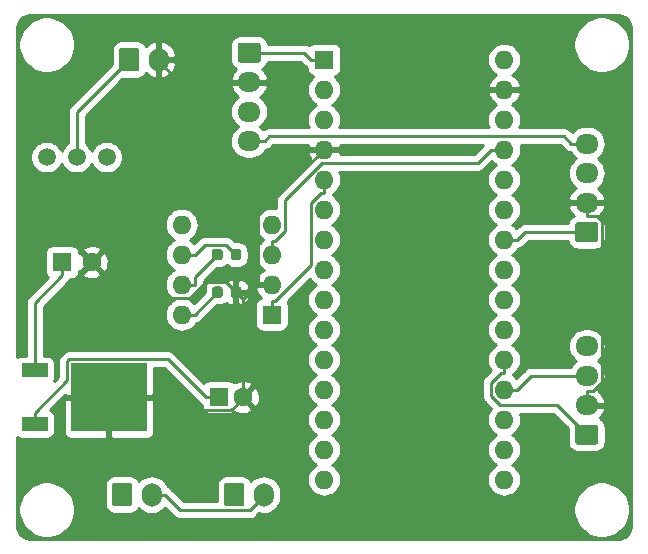
<source format=gtl>
G04 #@! TF.GenerationSoftware,KiCad,Pcbnew,(5.1.2)-2*
G04 #@! TF.CreationDate,2021-05-31T16:07:44+09:00*
G04 #@! TF.ProjectId,enc_can_2,656e635f-6361-46e5-9f32-2e6b69636164,rev?*
G04 #@! TF.SameCoordinates,Original*
G04 #@! TF.FileFunction,Copper,L1,Top*
G04 #@! TF.FilePolarity,Positive*
%FSLAX46Y46*%
G04 Gerber Fmt 4.6, Leading zero omitted, Abs format (unit mm)*
G04 Created by KiCad (PCBNEW (5.1.2)-2) date 2021-05-31 16:07:44*
%MOMM*%
%LPD*%
G04 APERTURE LIST*
%ADD10R,1.600000X1.600000*%
%ADD11O,1.600000X1.600000*%
%ADD12C,1.600000*%
%ADD13C,0.100000*%
%ADD14C,1.700000*%
%ADD15O,1.700000X2.000000*%
%ADD16O,1.950000X1.700000*%
%ADD17C,0.875000*%
%ADD18C,1.500000*%
%ADD19R,2.200000X1.200000*%
%ADD20R,6.400000X5.800000*%
%ADD21C,0.250000*%
%ADD22C,0.254000*%
G04 APERTURE END LIST*
D10*
X134620000Y-91440000D03*
D11*
X149860000Y-124460000D03*
X134620000Y-93980000D03*
X149860000Y-121920000D03*
X134620000Y-96520000D03*
X149860000Y-119380000D03*
X134620000Y-99060000D03*
X149860000Y-116840000D03*
X134620000Y-101600000D03*
X149860000Y-114300000D03*
X134620000Y-104140000D03*
X149860000Y-111760000D03*
X134620000Y-106680000D03*
X149860000Y-109220000D03*
X134620000Y-109220000D03*
X149860000Y-106680000D03*
X134620000Y-111760000D03*
X149860000Y-104140000D03*
X134620000Y-114300000D03*
X149860000Y-101600000D03*
X134620000Y-116840000D03*
X149860000Y-99060000D03*
X134620000Y-119380000D03*
X149860000Y-96520000D03*
X134620000Y-121920000D03*
X149860000Y-93980000D03*
X134620000Y-124460000D03*
X149860000Y-91440000D03*
X134620000Y-127000000D03*
X149860000Y-127000000D03*
D10*
X112435000Y-108585000D03*
D12*
X114935000Y-108585000D03*
D10*
X125730000Y-120015000D03*
D12*
X127730000Y-120015000D03*
D13*
G36*
X118734504Y-90441204D02*
G01*
X118758773Y-90444804D01*
X118782571Y-90450765D01*
X118805671Y-90459030D01*
X118827849Y-90469520D01*
X118848893Y-90482133D01*
X118868598Y-90496747D01*
X118886777Y-90513223D01*
X118903253Y-90531402D01*
X118917867Y-90551107D01*
X118930480Y-90572151D01*
X118940970Y-90594329D01*
X118949235Y-90617429D01*
X118955196Y-90641227D01*
X118958796Y-90665496D01*
X118960000Y-90690000D01*
X118960000Y-92190000D01*
X118958796Y-92214504D01*
X118955196Y-92238773D01*
X118949235Y-92262571D01*
X118940970Y-92285671D01*
X118930480Y-92307849D01*
X118917867Y-92328893D01*
X118903253Y-92348598D01*
X118886777Y-92366777D01*
X118868598Y-92383253D01*
X118848893Y-92397867D01*
X118827849Y-92410480D01*
X118805671Y-92420970D01*
X118782571Y-92429235D01*
X118758773Y-92435196D01*
X118734504Y-92438796D01*
X118710000Y-92440000D01*
X117510000Y-92440000D01*
X117485496Y-92438796D01*
X117461227Y-92435196D01*
X117437429Y-92429235D01*
X117414329Y-92420970D01*
X117392151Y-92410480D01*
X117371107Y-92397867D01*
X117351402Y-92383253D01*
X117333223Y-92366777D01*
X117316747Y-92348598D01*
X117302133Y-92328893D01*
X117289520Y-92307849D01*
X117279030Y-92285671D01*
X117270765Y-92262571D01*
X117264804Y-92238773D01*
X117261204Y-92214504D01*
X117260000Y-92190000D01*
X117260000Y-90690000D01*
X117261204Y-90665496D01*
X117264804Y-90641227D01*
X117270765Y-90617429D01*
X117279030Y-90594329D01*
X117289520Y-90572151D01*
X117302133Y-90551107D01*
X117316747Y-90531402D01*
X117333223Y-90513223D01*
X117351402Y-90496747D01*
X117371107Y-90482133D01*
X117392151Y-90469520D01*
X117414329Y-90459030D01*
X117437429Y-90450765D01*
X117461227Y-90444804D01*
X117485496Y-90441204D01*
X117510000Y-90440000D01*
X118710000Y-90440000D01*
X118734504Y-90441204D01*
X118734504Y-90441204D01*
G37*
D14*
X118110000Y-91440000D03*
D15*
X120610000Y-91440000D03*
D13*
G36*
X129019504Y-89996204D02*
G01*
X129043773Y-89999804D01*
X129067571Y-90005765D01*
X129090671Y-90014030D01*
X129112849Y-90024520D01*
X129133893Y-90037133D01*
X129153598Y-90051747D01*
X129171777Y-90068223D01*
X129188253Y-90086402D01*
X129202867Y-90106107D01*
X129215480Y-90127151D01*
X129225970Y-90149329D01*
X129234235Y-90172429D01*
X129240196Y-90196227D01*
X129243796Y-90220496D01*
X129245000Y-90245000D01*
X129245000Y-91445000D01*
X129243796Y-91469504D01*
X129240196Y-91493773D01*
X129234235Y-91517571D01*
X129225970Y-91540671D01*
X129215480Y-91562849D01*
X129202867Y-91583893D01*
X129188253Y-91603598D01*
X129171777Y-91621777D01*
X129153598Y-91638253D01*
X129133893Y-91652867D01*
X129112849Y-91665480D01*
X129090671Y-91675970D01*
X129067571Y-91684235D01*
X129043773Y-91690196D01*
X129019504Y-91693796D01*
X128995000Y-91695000D01*
X127545000Y-91695000D01*
X127520496Y-91693796D01*
X127496227Y-91690196D01*
X127472429Y-91684235D01*
X127449329Y-91675970D01*
X127427151Y-91665480D01*
X127406107Y-91652867D01*
X127386402Y-91638253D01*
X127368223Y-91621777D01*
X127351747Y-91603598D01*
X127337133Y-91583893D01*
X127324520Y-91562849D01*
X127314030Y-91540671D01*
X127305765Y-91517571D01*
X127299804Y-91493773D01*
X127296204Y-91469504D01*
X127295000Y-91445000D01*
X127295000Y-90245000D01*
X127296204Y-90220496D01*
X127299804Y-90196227D01*
X127305765Y-90172429D01*
X127314030Y-90149329D01*
X127324520Y-90127151D01*
X127337133Y-90106107D01*
X127351747Y-90086402D01*
X127368223Y-90068223D01*
X127386402Y-90051747D01*
X127406107Y-90037133D01*
X127427151Y-90024520D01*
X127449329Y-90014030D01*
X127472429Y-90005765D01*
X127496227Y-89999804D01*
X127520496Y-89996204D01*
X127545000Y-89995000D01*
X128995000Y-89995000D01*
X129019504Y-89996204D01*
X129019504Y-89996204D01*
G37*
D14*
X128270000Y-90845000D03*
D16*
X128270000Y-93345000D03*
X128270000Y-95845000D03*
X128270000Y-98345000D03*
D13*
G36*
X157594504Y-122341204D02*
G01*
X157618773Y-122344804D01*
X157642571Y-122350765D01*
X157665671Y-122359030D01*
X157687849Y-122369520D01*
X157708893Y-122382133D01*
X157728598Y-122396747D01*
X157746777Y-122413223D01*
X157763253Y-122431402D01*
X157777867Y-122451107D01*
X157790480Y-122472151D01*
X157800970Y-122494329D01*
X157809235Y-122517429D01*
X157815196Y-122541227D01*
X157818796Y-122565496D01*
X157820000Y-122590000D01*
X157820000Y-123790000D01*
X157818796Y-123814504D01*
X157815196Y-123838773D01*
X157809235Y-123862571D01*
X157800970Y-123885671D01*
X157790480Y-123907849D01*
X157777867Y-123928893D01*
X157763253Y-123948598D01*
X157746777Y-123966777D01*
X157728598Y-123983253D01*
X157708893Y-123997867D01*
X157687849Y-124010480D01*
X157665671Y-124020970D01*
X157642571Y-124029235D01*
X157618773Y-124035196D01*
X157594504Y-124038796D01*
X157570000Y-124040000D01*
X156120000Y-124040000D01*
X156095496Y-124038796D01*
X156071227Y-124035196D01*
X156047429Y-124029235D01*
X156024329Y-124020970D01*
X156002151Y-124010480D01*
X155981107Y-123997867D01*
X155961402Y-123983253D01*
X155943223Y-123966777D01*
X155926747Y-123948598D01*
X155912133Y-123928893D01*
X155899520Y-123907849D01*
X155889030Y-123885671D01*
X155880765Y-123862571D01*
X155874804Y-123838773D01*
X155871204Y-123814504D01*
X155870000Y-123790000D01*
X155870000Y-122590000D01*
X155871204Y-122565496D01*
X155874804Y-122541227D01*
X155880765Y-122517429D01*
X155889030Y-122494329D01*
X155899520Y-122472151D01*
X155912133Y-122451107D01*
X155926747Y-122431402D01*
X155943223Y-122413223D01*
X155961402Y-122396747D01*
X155981107Y-122382133D01*
X156002151Y-122369520D01*
X156024329Y-122359030D01*
X156047429Y-122350765D01*
X156071227Y-122344804D01*
X156095496Y-122341204D01*
X156120000Y-122340000D01*
X157570000Y-122340000D01*
X157594504Y-122341204D01*
X157594504Y-122341204D01*
G37*
D14*
X156845000Y-123190000D03*
D16*
X156845000Y-120690000D03*
X156845000Y-118190000D03*
X156845000Y-115690000D03*
X156845000Y-98545000D03*
X156845000Y-101045000D03*
X156845000Y-103545000D03*
D13*
G36*
X157594504Y-105196204D02*
G01*
X157618773Y-105199804D01*
X157642571Y-105205765D01*
X157665671Y-105214030D01*
X157687849Y-105224520D01*
X157708893Y-105237133D01*
X157728598Y-105251747D01*
X157746777Y-105268223D01*
X157763253Y-105286402D01*
X157777867Y-105306107D01*
X157790480Y-105327151D01*
X157800970Y-105349329D01*
X157809235Y-105372429D01*
X157815196Y-105396227D01*
X157818796Y-105420496D01*
X157820000Y-105445000D01*
X157820000Y-106645000D01*
X157818796Y-106669504D01*
X157815196Y-106693773D01*
X157809235Y-106717571D01*
X157800970Y-106740671D01*
X157790480Y-106762849D01*
X157777867Y-106783893D01*
X157763253Y-106803598D01*
X157746777Y-106821777D01*
X157728598Y-106838253D01*
X157708893Y-106852867D01*
X157687849Y-106865480D01*
X157665671Y-106875970D01*
X157642571Y-106884235D01*
X157618773Y-106890196D01*
X157594504Y-106893796D01*
X157570000Y-106895000D01*
X156120000Y-106895000D01*
X156095496Y-106893796D01*
X156071227Y-106890196D01*
X156047429Y-106884235D01*
X156024329Y-106875970D01*
X156002151Y-106865480D01*
X155981107Y-106852867D01*
X155961402Y-106838253D01*
X155943223Y-106821777D01*
X155926747Y-106803598D01*
X155912133Y-106783893D01*
X155899520Y-106762849D01*
X155889030Y-106740671D01*
X155880765Y-106717571D01*
X155874804Y-106693773D01*
X155871204Y-106669504D01*
X155870000Y-106645000D01*
X155870000Y-105445000D01*
X155871204Y-105420496D01*
X155874804Y-105396227D01*
X155880765Y-105372429D01*
X155889030Y-105349329D01*
X155899520Y-105327151D01*
X155912133Y-105306107D01*
X155926747Y-105286402D01*
X155943223Y-105268223D01*
X155961402Y-105251747D01*
X155981107Y-105237133D01*
X156002151Y-105224520D01*
X156024329Y-105214030D01*
X156047429Y-105205765D01*
X156071227Y-105199804D01*
X156095496Y-105196204D01*
X156120000Y-105195000D01*
X157570000Y-105195000D01*
X157594504Y-105196204D01*
X157594504Y-105196204D01*
G37*
D14*
X156845000Y-106045000D03*
D15*
X129500000Y-128270000D03*
D13*
G36*
X127624504Y-127271204D02*
G01*
X127648773Y-127274804D01*
X127672571Y-127280765D01*
X127695671Y-127289030D01*
X127717849Y-127299520D01*
X127738893Y-127312133D01*
X127758598Y-127326747D01*
X127776777Y-127343223D01*
X127793253Y-127361402D01*
X127807867Y-127381107D01*
X127820480Y-127402151D01*
X127830970Y-127424329D01*
X127839235Y-127447429D01*
X127845196Y-127471227D01*
X127848796Y-127495496D01*
X127850000Y-127520000D01*
X127850000Y-129020000D01*
X127848796Y-129044504D01*
X127845196Y-129068773D01*
X127839235Y-129092571D01*
X127830970Y-129115671D01*
X127820480Y-129137849D01*
X127807867Y-129158893D01*
X127793253Y-129178598D01*
X127776777Y-129196777D01*
X127758598Y-129213253D01*
X127738893Y-129227867D01*
X127717849Y-129240480D01*
X127695671Y-129250970D01*
X127672571Y-129259235D01*
X127648773Y-129265196D01*
X127624504Y-129268796D01*
X127600000Y-129270000D01*
X126400000Y-129270000D01*
X126375496Y-129268796D01*
X126351227Y-129265196D01*
X126327429Y-129259235D01*
X126304329Y-129250970D01*
X126282151Y-129240480D01*
X126261107Y-129227867D01*
X126241402Y-129213253D01*
X126223223Y-129196777D01*
X126206747Y-129178598D01*
X126192133Y-129158893D01*
X126179520Y-129137849D01*
X126169030Y-129115671D01*
X126160765Y-129092571D01*
X126154804Y-129068773D01*
X126151204Y-129044504D01*
X126150000Y-129020000D01*
X126150000Y-127520000D01*
X126151204Y-127495496D01*
X126154804Y-127471227D01*
X126160765Y-127447429D01*
X126169030Y-127424329D01*
X126179520Y-127402151D01*
X126192133Y-127381107D01*
X126206747Y-127361402D01*
X126223223Y-127343223D01*
X126241402Y-127326747D01*
X126261107Y-127312133D01*
X126282151Y-127299520D01*
X126304329Y-127289030D01*
X126327429Y-127280765D01*
X126351227Y-127274804D01*
X126375496Y-127271204D01*
X126400000Y-127270000D01*
X127600000Y-127270000D01*
X127624504Y-127271204D01*
X127624504Y-127271204D01*
G37*
D14*
X127000000Y-128270000D03*
D13*
G36*
X118139504Y-127271204D02*
G01*
X118163773Y-127274804D01*
X118187571Y-127280765D01*
X118210671Y-127289030D01*
X118232849Y-127299520D01*
X118253893Y-127312133D01*
X118273598Y-127326747D01*
X118291777Y-127343223D01*
X118308253Y-127361402D01*
X118322867Y-127381107D01*
X118335480Y-127402151D01*
X118345970Y-127424329D01*
X118354235Y-127447429D01*
X118360196Y-127471227D01*
X118363796Y-127495496D01*
X118365000Y-127520000D01*
X118365000Y-129020000D01*
X118363796Y-129044504D01*
X118360196Y-129068773D01*
X118354235Y-129092571D01*
X118345970Y-129115671D01*
X118335480Y-129137849D01*
X118322867Y-129158893D01*
X118308253Y-129178598D01*
X118291777Y-129196777D01*
X118273598Y-129213253D01*
X118253893Y-129227867D01*
X118232849Y-129240480D01*
X118210671Y-129250970D01*
X118187571Y-129259235D01*
X118163773Y-129265196D01*
X118139504Y-129268796D01*
X118115000Y-129270000D01*
X116915000Y-129270000D01*
X116890496Y-129268796D01*
X116866227Y-129265196D01*
X116842429Y-129259235D01*
X116819329Y-129250970D01*
X116797151Y-129240480D01*
X116776107Y-129227867D01*
X116756402Y-129213253D01*
X116738223Y-129196777D01*
X116721747Y-129178598D01*
X116707133Y-129158893D01*
X116694520Y-129137849D01*
X116684030Y-129115671D01*
X116675765Y-129092571D01*
X116669804Y-129068773D01*
X116666204Y-129044504D01*
X116665000Y-129020000D01*
X116665000Y-127520000D01*
X116666204Y-127495496D01*
X116669804Y-127471227D01*
X116675765Y-127447429D01*
X116684030Y-127424329D01*
X116694520Y-127402151D01*
X116707133Y-127381107D01*
X116721747Y-127361402D01*
X116738223Y-127343223D01*
X116756402Y-127326747D01*
X116776107Y-127312133D01*
X116797151Y-127299520D01*
X116819329Y-127289030D01*
X116842429Y-127280765D01*
X116866227Y-127274804D01*
X116890496Y-127271204D01*
X116915000Y-127270000D01*
X118115000Y-127270000D01*
X118139504Y-127271204D01*
X118139504Y-127271204D01*
G37*
D14*
X117515000Y-128270000D03*
D15*
X120015000Y-128270000D03*
D13*
G36*
X127392691Y-110651053D02*
G01*
X127413926Y-110654203D01*
X127434750Y-110659419D01*
X127454962Y-110666651D01*
X127474368Y-110675830D01*
X127492781Y-110686866D01*
X127510024Y-110699654D01*
X127525930Y-110714070D01*
X127540346Y-110729976D01*
X127553134Y-110747219D01*
X127564170Y-110765632D01*
X127573349Y-110785038D01*
X127580581Y-110805250D01*
X127585797Y-110826074D01*
X127588947Y-110847309D01*
X127590000Y-110868750D01*
X127590000Y-111381250D01*
X127588947Y-111402691D01*
X127585797Y-111423926D01*
X127580581Y-111444750D01*
X127573349Y-111464962D01*
X127564170Y-111484368D01*
X127553134Y-111502781D01*
X127540346Y-111520024D01*
X127525930Y-111535930D01*
X127510024Y-111550346D01*
X127492781Y-111563134D01*
X127474368Y-111574170D01*
X127454962Y-111583349D01*
X127434750Y-111590581D01*
X127413926Y-111595797D01*
X127392691Y-111598947D01*
X127371250Y-111600000D01*
X126933750Y-111600000D01*
X126912309Y-111598947D01*
X126891074Y-111595797D01*
X126870250Y-111590581D01*
X126850038Y-111583349D01*
X126830632Y-111574170D01*
X126812219Y-111563134D01*
X126794976Y-111550346D01*
X126779070Y-111535930D01*
X126764654Y-111520024D01*
X126751866Y-111502781D01*
X126740830Y-111484368D01*
X126731651Y-111464962D01*
X126724419Y-111444750D01*
X126719203Y-111423926D01*
X126716053Y-111402691D01*
X126715000Y-111381250D01*
X126715000Y-110868750D01*
X126716053Y-110847309D01*
X126719203Y-110826074D01*
X126724419Y-110805250D01*
X126731651Y-110785038D01*
X126740830Y-110765632D01*
X126751866Y-110747219D01*
X126764654Y-110729976D01*
X126779070Y-110714070D01*
X126794976Y-110699654D01*
X126812219Y-110686866D01*
X126830632Y-110675830D01*
X126850038Y-110666651D01*
X126870250Y-110659419D01*
X126891074Y-110654203D01*
X126912309Y-110651053D01*
X126933750Y-110650000D01*
X127371250Y-110650000D01*
X127392691Y-110651053D01*
X127392691Y-110651053D01*
G37*
D17*
X127152500Y-111125000D03*
D13*
G36*
X125817691Y-110651053D02*
G01*
X125838926Y-110654203D01*
X125859750Y-110659419D01*
X125879962Y-110666651D01*
X125899368Y-110675830D01*
X125917781Y-110686866D01*
X125935024Y-110699654D01*
X125950930Y-110714070D01*
X125965346Y-110729976D01*
X125978134Y-110747219D01*
X125989170Y-110765632D01*
X125998349Y-110785038D01*
X126005581Y-110805250D01*
X126010797Y-110826074D01*
X126013947Y-110847309D01*
X126015000Y-110868750D01*
X126015000Y-111381250D01*
X126013947Y-111402691D01*
X126010797Y-111423926D01*
X126005581Y-111444750D01*
X125998349Y-111464962D01*
X125989170Y-111484368D01*
X125978134Y-111502781D01*
X125965346Y-111520024D01*
X125950930Y-111535930D01*
X125935024Y-111550346D01*
X125917781Y-111563134D01*
X125899368Y-111574170D01*
X125879962Y-111583349D01*
X125859750Y-111590581D01*
X125838926Y-111595797D01*
X125817691Y-111598947D01*
X125796250Y-111600000D01*
X125358750Y-111600000D01*
X125337309Y-111598947D01*
X125316074Y-111595797D01*
X125295250Y-111590581D01*
X125275038Y-111583349D01*
X125255632Y-111574170D01*
X125237219Y-111563134D01*
X125219976Y-111550346D01*
X125204070Y-111535930D01*
X125189654Y-111520024D01*
X125176866Y-111502781D01*
X125165830Y-111484368D01*
X125156651Y-111464962D01*
X125149419Y-111444750D01*
X125144203Y-111423926D01*
X125141053Y-111402691D01*
X125140000Y-111381250D01*
X125140000Y-110868750D01*
X125141053Y-110847309D01*
X125144203Y-110826074D01*
X125149419Y-110805250D01*
X125156651Y-110785038D01*
X125165830Y-110765632D01*
X125176866Y-110747219D01*
X125189654Y-110729976D01*
X125204070Y-110714070D01*
X125219976Y-110699654D01*
X125237219Y-110686866D01*
X125255632Y-110675830D01*
X125275038Y-110666651D01*
X125295250Y-110659419D01*
X125316074Y-110654203D01*
X125337309Y-110651053D01*
X125358750Y-110650000D01*
X125796250Y-110650000D01*
X125817691Y-110651053D01*
X125817691Y-110651053D01*
G37*
D17*
X125577500Y-111125000D03*
D13*
G36*
X127392691Y-107476053D02*
G01*
X127413926Y-107479203D01*
X127434750Y-107484419D01*
X127454962Y-107491651D01*
X127474368Y-107500830D01*
X127492781Y-107511866D01*
X127510024Y-107524654D01*
X127525930Y-107539070D01*
X127540346Y-107554976D01*
X127553134Y-107572219D01*
X127564170Y-107590632D01*
X127573349Y-107610038D01*
X127580581Y-107630250D01*
X127585797Y-107651074D01*
X127588947Y-107672309D01*
X127590000Y-107693750D01*
X127590000Y-108206250D01*
X127588947Y-108227691D01*
X127585797Y-108248926D01*
X127580581Y-108269750D01*
X127573349Y-108289962D01*
X127564170Y-108309368D01*
X127553134Y-108327781D01*
X127540346Y-108345024D01*
X127525930Y-108360930D01*
X127510024Y-108375346D01*
X127492781Y-108388134D01*
X127474368Y-108399170D01*
X127454962Y-108408349D01*
X127434750Y-108415581D01*
X127413926Y-108420797D01*
X127392691Y-108423947D01*
X127371250Y-108425000D01*
X126933750Y-108425000D01*
X126912309Y-108423947D01*
X126891074Y-108420797D01*
X126870250Y-108415581D01*
X126850038Y-108408349D01*
X126830632Y-108399170D01*
X126812219Y-108388134D01*
X126794976Y-108375346D01*
X126779070Y-108360930D01*
X126764654Y-108345024D01*
X126751866Y-108327781D01*
X126740830Y-108309368D01*
X126731651Y-108289962D01*
X126724419Y-108269750D01*
X126719203Y-108248926D01*
X126716053Y-108227691D01*
X126715000Y-108206250D01*
X126715000Y-107693750D01*
X126716053Y-107672309D01*
X126719203Y-107651074D01*
X126724419Y-107630250D01*
X126731651Y-107610038D01*
X126740830Y-107590632D01*
X126751866Y-107572219D01*
X126764654Y-107554976D01*
X126779070Y-107539070D01*
X126794976Y-107524654D01*
X126812219Y-107511866D01*
X126830632Y-107500830D01*
X126850038Y-107491651D01*
X126870250Y-107484419D01*
X126891074Y-107479203D01*
X126912309Y-107476053D01*
X126933750Y-107475000D01*
X127371250Y-107475000D01*
X127392691Y-107476053D01*
X127392691Y-107476053D01*
G37*
D17*
X127152500Y-107950000D03*
D13*
G36*
X125817691Y-107476053D02*
G01*
X125838926Y-107479203D01*
X125859750Y-107484419D01*
X125879962Y-107491651D01*
X125899368Y-107500830D01*
X125917781Y-107511866D01*
X125935024Y-107524654D01*
X125950930Y-107539070D01*
X125965346Y-107554976D01*
X125978134Y-107572219D01*
X125989170Y-107590632D01*
X125998349Y-107610038D01*
X126005581Y-107630250D01*
X126010797Y-107651074D01*
X126013947Y-107672309D01*
X126015000Y-107693750D01*
X126015000Y-108206250D01*
X126013947Y-108227691D01*
X126010797Y-108248926D01*
X126005581Y-108269750D01*
X125998349Y-108289962D01*
X125989170Y-108309368D01*
X125978134Y-108327781D01*
X125965346Y-108345024D01*
X125950930Y-108360930D01*
X125935024Y-108375346D01*
X125917781Y-108388134D01*
X125899368Y-108399170D01*
X125879962Y-108408349D01*
X125859750Y-108415581D01*
X125838926Y-108420797D01*
X125817691Y-108423947D01*
X125796250Y-108425000D01*
X125358750Y-108425000D01*
X125337309Y-108423947D01*
X125316074Y-108420797D01*
X125295250Y-108415581D01*
X125275038Y-108408349D01*
X125255632Y-108399170D01*
X125237219Y-108388134D01*
X125219976Y-108375346D01*
X125204070Y-108360930D01*
X125189654Y-108345024D01*
X125176866Y-108327781D01*
X125165830Y-108309368D01*
X125156651Y-108289962D01*
X125149419Y-108269750D01*
X125144203Y-108248926D01*
X125141053Y-108227691D01*
X125140000Y-108206250D01*
X125140000Y-107693750D01*
X125141053Y-107672309D01*
X125144203Y-107651074D01*
X125149419Y-107630250D01*
X125156651Y-107610038D01*
X125165830Y-107590632D01*
X125176866Y-107572219D01*
X125189654Y-107554976D01*
X125204070Y-107539070D01*
X125219976Y-107524654D01*
X125237219Y-107511866D01*
X125255632Y-107500830D01*
X125275038Y-107491651D01*
X125295250Y-107484419D01*
X125316074Y-107479203D01*
X125337309Y-107476053D01*
X125358750Y-107475000D01*
X125796250Y-107475000D01*
X125817691Y-107476053D01*
X125817691Y-107476053D01*
G37*
D17*
X125577500Y-107950000D03*
D18*
X111125000Y-99695000D03*
X113665000Y-99695000D03*
X116205000Y-99695000D03*
D19*
X110100000Y-117735000D03*
X110100000Y-122295000D03*
D20*
X116400000Y-120015000D03*
D10*
X130175000Y-113030000D03*
D11*
X122555000Y-105410000D03*
X130175000Y-110490000D03*
X122555000Y-107950000D03*
X130175000Y-107950000D03*
X122555000Y-110490000D03*
X130175000Y-105410000D03*
X122555000Y-113030000D03*
D21*
X134620000Y-91440000D02*
X133494700Y-91440000D01*
X128270000Y-90845000D02*
X132899700Y-90845000D01*
X132899700Y-90845000D02*
X133494700Y-91440000D01*
X128270000Y-98345000D02*
X129570300Y-98345000D01*
X156845000Y-98545000D02*
X155544700Y-98545000D01*
X155544700Y-98545000D02*
X154928400Y-97928700D01*
X154928400Y-97928700D02*
X129986600Y-97928700D01*
X129986600Y-97928700D02*
X129570300Y-98345000D01*
X149860000Y-119380000D02*
X150985300Y-119380000D01*
X156845000Y-118190000D02*
X152175300Y-118190000D01*
X152175300Y-118190000D02*
X150985300Y-119380000D01*
X156845000Y-120690000D02*
X156845000Y-119514700D01*
X156845000Y-103545000D02*
X156845000Y-104720300D01*
X156845000Y-104720300D02*
X157726500Y-104720300D01*
X157726500Y-104720300D02*
X158169600Y-105163400D01*
X158169600Y-105163400D02*
X158169600Y-118704300D01*
X158169600Y-118704300D02*
X157359200Y-119514700D01*
X157359200Y-119514700D02*
X156845000Y-119514700D01*
X114935000Y-108585000D02*
X117980800Y-111630800D01*
X117980800Y-111630800D02*
X123234900Y-111630800D01*
X123234900Y-111630800D02*
X124567600Y-110298100D01*
X124567600Y-110298100D02*
X126325600Y-110298100D01*
X126325600Y-110298100D02*
X127152500Y-111125000D01*
X127730000Y-111702500D02*
X127152500Y-111125000D01*
X116400000Y-120015000D02*
X119925300Y-120015000D01*
X127730000Y-120015000D02*
X127730000Y-120155800D01*
X127730000Y-120155800D02*
X126745400Y-121140400D01*
X126745400Y-121140400D02*
X121050700Y-121140400D01*
X121050700Y-121140400D02*
X119925300Y-120015000D01*
X127730000Y-111702500D02*
X127730000Y-120015000D01*
X129049600Y-110490000D02*
X129049600Y-104630400D01*
X129049600Y-104630400D02*
X134620000Y-99060000D01*
X129049600Y-110490000D02*
X128942500Y-110490000D01*
X128942500Y-110490000D02*
X127730000Y-111702500D01*
X130175000Y-110490000D02*
X129049600Y-110490000D01*
X120610000Y-91590000D02*
X120610000Y-91440000D01*
X122365000Y-93345000D02*
X120610000Y-91590000D01*
X128270000Y-93345000D02*
X122365000Y-93345000D01*
X149860000Y-116840000D02*
X149860000Y-117965300D01*
X156845000Y-123190000D02*
X154305000Y-120650000D01*
X154305000Y-120650000D02*
X149498300Y-120650000D01*
X149498300Y-120650000D02*
X148734700Y-119886400D01*
X148734700Y-119886400D02*
X148734700Y-118809200D01*
X148734700Y-118809200D02*
X149578600Y-117965300D01*
X149578600Y-117965300D02*
X149860000Y-117965300D01*
X134620000Y-101600000D02*
X134620000Y-102725300D01*
X130175000Y-113030000D02*
X130175000Y-111904700D01*
X130175000Y-111904700D02*
X130456300Y-111904700D01*
X130456300Y-111904700D02*
X133494700Y-108866300D01*
X133494700Y-108866300D02*
X133494700Y-103569200D01*
X133494700Y-103569200D02*
X134338600Y-102725300D01*
X134338600Y-102725300D02*
X134620000Y-102725300D01*
X149860000Y-106680000D02*
X150985300Y-106680000D01*
X156845000Y-106045000D02*
X151620300Y-106045000D01*
X151620300Y-106045000D02*
X150985300Y-106680000D01*
X110100000Y-122295000D02*
X110100000Y-121369700D01*
X125730000Y-120015000D02*
X124604700Y-120015000D01*
X124604700Y-120015000D02*
X121379300Y-116789600D01*
X121379300Y-116789600D02*
X113059500Y-116789600D01*
X113059500Y-116789600D02*
X112874600Y-116974500D01*
X112874600Y-116974500D02*
X112874600Y-118595100D01*
X112874600Y-118595100D02*
X110100000Y-121369700D01*
X149860000Y-99060000D02*
X148734700Y-99060000D01*
X130175000Y-107950000D02*
X130175000Y-106824700D01*
X130175000Y-106824700D02*
X130456400Y-106824700D01*
X130456400Y-106824700D02*
X131300300Y-105980800D01*
X131300300Y-105980800D02*
X131300300Y-103292800D01*
X131300300Y-103292800D02*
X134407800Y-100185300D01*
X134407800Y-100185300D02*
X147609400Y-100185300D01*
X147609400Y-100185300D02*
X148734700Y-99060000D01*
X112435000Y-108585000D02*
X112435000Y-109710300D01*
X110100000Y-117735000D02*
X110100000Y-112045300D01*
X110100000Y-112045300D02*
X112435000Y-109710300D01*
X113665000Y-95885000D02*
X118110000Y-91440000D01*
X113665000Y-99695000D02*
X113665000Y-95885000D01*
X122555000Y-110490000D02*
X123680300Y-110490000D01*
X123680300Y-110490000D02*
X123680300Y-109847200D01*
X123680300Y-109847200D02*
X125577500Y-107950000D01*
X129500000Y-128420000D02*
X129500000Y-128270000D01*
X128324990Y-129595010D02*
X129500000Y-128420000D01*
X122440010Y-129595010D02*
X128324990Y-129595010D01*
X121115000Y-128270000D02*
X122440010Y-129595010D01*
X120015000Y-128270000D02*
X121115000Y-128270000D01*
X122555000Y-107950000D02*
X123680300Y-107950000D01*
X123680300Y-107950000D02*
X124496000Y-107134300D01*
X124496000Y-107134300D02*
X126336800Y-107134300D01*
X126336800Y-107134300D02*
X127152500Y-107950000D01*
X122555000Y-113030000D02*
X123680300Y-113030000D01*
X123680300Y-113030000D02*
X123680300Y-113022200D01*
X123680300Y-113022200D02*
X125577500Y-111125000D01*
D22*
G36*
X159626204Y-87681815D02*
G01*
X159858226Y-87751867D01*
X160072222Y-87865650D01*
X160260041Y-88018832D01*
X160414530Y-88205577D01*
X160529801Y-88418769D01*
X160601472Y-88650300D01*
X160630000Y-88921725D01*
X160630001Y-130777712D01*
X160603185Y-131051205D01*
X160533133Y-131283226D01*
X160419350Y-131497222D01*
X160266169Y-131685039D01*
X160079424Y-131839529D01*
X159866231Y-131954802D01*
X159634701Y-132026472D01*
X159363276Y-132055000D01*
X109887277Y-132055000D01*
X109613795Y-132028185D01*
X109381774Y-131958133D01*
X109167778Y-131844350D01*
X108979961Y-131691169D01*
X108825471Y-131504424D01*
X108710198Y-131291231D01*
X108638528Y-131059701D01*
X108610000Y-130788276D01*
X108610000Y-129305098D01*
X108740000Y-129305098D01*
X108740000Y-129774902D01*
X108831654Y-130235679D01*
X109011440Y-130669721D01*
X109272450Y-131060349D01*
X109604651Y-131392550D01*
X109995279Y-131653560D01*
X110429321Y-131833346D01*
X110890098Y-131925000D01*
X111359902Y-131925000D01*
X111820679Y-131833346D01*
X112254721Y-131653560D01*
X112645349Y-131392550D01*
X112977550Y-131060349D01*
X113238560Y-130669721D01*
X113418346Y-130235679D01*
X113510000Y-129774902D01*
X113510000Y-129305098D01*
X113418346Y-128844321D01*
X113238560Y-128410279D01*
X112977550Y-128019651D01*
X112645349Y-127687450D01*
X112394744Y-127520000D01*
X116026928Y-127520000D01*
X116026928Y-129020000D01*
X116043992Y-129193254D01*
X116094528Y-129359850D01*
X116176595Y-129513386D01*
X116287038Y-129647962D01*
X116421614Y-129758405D01*
X116575150Y-129840472D01*
X116741746Y-129891008D01*
X116915000Y-129908072D01*
X118115000Y-129908072D01*
X118288254Y-129891008D01*
X118454850Y-129840472D01*
X118608386Y-129758405D01*
X118742962Y-129647962D01*
X118853405Y-129513386D01*
X118907777Y-129411663D01*
X118959866Y-129475134D01*
X119185987Y-129660706D01*
X119443967Y-129798599D01*
X119723890Y-129883513D01*
X120015000Y-129912185D01*
X120306111Y-129883513D01*
X120586034Y-129798599D01*
X120844014Y-129660706D01*
X121070134Y-129475134D01*
X121149106Y-129378907D01*
X121876211Y-130106013D01*
X121900009Y-130135011D01*
X121929007Y-130158809D01*
X122015733Y-130229984D01*
X122074811Y-130261562D01*
X122147763Y-130300556D01*
X122291024Y-130344013D01*
X122402677Y-130355010D01*
X122402686Y-130355010D01*
X122440009Y-130358686D01*
X122477332Y-130355010D01*
X128287668Y-130355010D01*
X128324990Y-130358686D01*
X128362312Y-130355010D01*
X128362323Y-130355010D01*
X128473976Y-130344013D01*
X128617237Y-130300556D01*
X128749266Y-130229984D01*
X128864991Y-130135011D01*
X128888794Y-130106007D01*
X129134005Y-129860797D01*
X129208890Y-129883513D01*
X129500000Y-129912185D01*
X129791111Y-129883513D01*
X130071034Y-129798599D01*
X130329014Y-129660706D01*
X130555134Y-129475134D01*
X130694679Y-129305098D01*
X155730000Y-129305098D01*
X155730000Y-129774902D01*
X155821654Y-130235679D01*
X156001440Y-130669721D01*
X156262450Y-131060349D01*
X156594651Y-131392550D01*
X156985279Y-131653560D01*
X157419321Y-131833346D01*
X157880098Y-131925000D01*
X158349902Y-131925000D01*
X158810679Y-131833346D01*
X159244721Y-131653560D01*
X159635349Y-131392550D01*
X159967550Y-131060349D01*
X160228560Y-130669721D01*
X160408346Y-130235679D01*
X160500000Y-129774902D01*
X160500000Y-129305098D01*
X160408346Y-128844321D01*
X160228560Y-128410279D01*
X159967550Y-128019651D01*
X159635349Y-127687450D01*
X159244721Y-127426440D01*
X158810679Y-127246654D01*
X158349902Y-127155000D01*
X157880098Y-127155000D01*
X157419321Y-127246654D01*
X156985279Y-127426440D01*
X156594651Y-127687450D01*
X156262450Y-128019651D01*
X156001440Y-128410279D01*
X155821654Y-128844321D01*
X155730000Y-129305098D01*
X130694679Y-129305098D01*
X130740706Y-129249014D01*
X130878599Y-128991033D01*
X130963513Y-128711110D01*
X130985000Y-128492949D01*
X130985000Y-128047050D01*
X130963513Y-127828889D01*
X130878599Y-127548966D01*
X130740706Y-127290986D01*
X130555134Y-127064866D01*
X130329013Y-126879294D01*
X130071033Y-126741401D01*
X129791110Y-126656487D01*
X129500000Y-126627815D01*
X129208889Y-126656487D01*
X128928966Y-126741401D01*
X128670986Y-126879294D01*
X128444866Y-127064866D01*
X128392777Y-127128337D01*
X128338405Y-127026614D01*
X128227962Y-126892038D01*
X128093386Y-126781595D01*
X127939850Y-126699528D01*
X127773254Y-126648992D01*
X127600000Y-126631928D01*
X126400000Y-126631928D01*
X126226746Y-126648992D01*
X126060150Y-126699528D01*
X125906614Y-126781595D01*
X125772038Y-126892038D01*
X125661595Y-127026614D01*
X125579528Y-127180150D01*
X125528992Y-127346746D01*
X125511928Y-127520000D01*
X125511928Y-128835010D01*
X122754812Y-128835010D01*
X121678804Y-127759003D01*
X121655001Y-127729999D01*
X121539276Y-127635026D01*
X121407247Y-127564454D01*
X121397390Y-127561464D01*
X121393599Y-127548966D01*
X121255706Y-127290986D01*
X121070134Y-127064866D01*
X120844013Y-126879294D01*
X120586033Y-126741401D01*
X120306110Y-126656487D01*
X120015000Y-126627815D01*
X119723889Y-126656487D01*
X119443966Y-126741401D01*
X119185986Y-126879294D01*
X118959866Y-127064866D01*
X118907777Y-127128337D01*
X118853405Y-127026614D01*
X118742962Y-126892038D01*
X118608386Y-126781595D01*
X118454850Y-126699528D01*
X118288254Y-126648992D01*
X118115000Y-126631928D01*
X116915000Y-126631928D01*
X116741746Y-126648992D01*
X116575150Y-126699528D01*
X116421614Y-126781595D01*
X116287038Y-126892038D01*
X116176595Y-127026614D01*
X116094528Y-127180150D01*
X116043992Y-127346746D01*
X116026928Y-127520000D01*
X112394744Y-127520000D01*
X112254721Y-127426440D01*
X111820679Y-127246654D01*
X111359902Y-127155000D01*
X110890098Y-127155000D01*
X110429321Y-127246654D01*
X109995279Y-127426440D01*
X109604651Y-127687450D01*
X109272450Y-128019651D01*
X109011440Y-128410279D01*
X108831654Y-128844321D01*
X108740000Y-129305098D01*
X108610000Y-129305098D01*
X108610000Y-123396398D01*
X108645506Y-123425537D01*
X108755820Y-123484502D01*
X108875518Y-123520812D01*
X109000000Y-123533072D01*
X111200000Y-123533072D01*
X111324482Y-123520812D01*
X111444180Y-123484502D01*
X111554494Y-123425537D01*
X111651185Y-123346185D01*
X111730537Y-123249494D01*
X111789502Y-123139180D01*
X111825812Y-123019482D01*
X111836102Y-122915000D01*
X112561928Y-122915000D01*
X112574188Y-123039482D01*
X112610498Y-123159180D01*
X112669463Y-123269494D01*
X112748815Y-123366185D01*
X112845506Y-123445537D01*
X112955820Y-123504502D01*
X113075518Y-123540812D01*
X113200000Y-123553072D01*
X116114250Y-123550000D01*
X116273000Y-123391250D01*
X116273000Y-120142000D01*
X116527000Y-120142000D01*
X116527000Y-123391250D01*
X116685750Y-123550000D01*
X119600000Y-123553072D01*
X119724482Y-123540812D01*
X119844180Y-123504502D01*
X119954494Y-123445537D01*
X120051185Y-123366185D01*
X120130537Y-123269494D01*
X120189502Y-123159180D01*
X120225812Y-123039482D01*
X120238072Y-122915000D01*
X120235000Y-120300750D01*
X120076250Y-120142000D01*
X116527000Y-120142000D01*
X116273000Y-120142000D01*
X112723750Y-120142000D01*
X112565000Y-120300750D01*
X112561928Y-122915000D01*
X111836102Y-122915000D01*
X111838072Y-122895000D01*
X111838072Y-121695000D01*
X111825812Y-121570518D01*
X111789502Y-121450820D01*
X111730537Y-121340506D01*
X111651185Y-121243815D01*
X111554494Y-121164463D01*
X111444180Y-121105498D01*
X111440208Y-121104293D01*
X112690126Y-119854376D01*
X112723750Y-119888000D01*
X116273000Y-119888000D01*
X116273000Y-119868000D01*
X116527000Y-119868000D01*
X116527000Y-119888000D01*
X120076250Y-119888000D01*
X120235000Y-119729250D01*
X120237561Y-117549600D01*
X121064499Y-117549600D01*
X124040905Y-120526008D01*
X124064699Y-120555001D01*
X124093692Y-120578795D01*
X124093696Y-120578799D01*
X124144750Y-120620697D01*
X124180424Y-120649974D01*
X124291928Y-120709575D01*
X124291928Y-120815000D01*
X124304188Y-120939482D01*
X124340498Y-121059180D01*
X124399463Y-121169494D01*
X124478815Y-121266185D01*
X124575506Y-121345537D01*
X124685820Y-121404502D01*
X124805518Y-121440812D01*
X124930000Y-121453072D01*
X126530000Y-121453072D01*
X126654482Y-121440812D01*
X126774180Y-121404502D01*
X126884494Y-121345537D01*
X126981185Y-121266185D01*
X126991807Y-121253242D01*
X127243996Y-121372571D01*
X127518184Y-121441300D01*
X127800512Y-121455217D01*
X128080130Y-121413787D01*
X128346292Y-121318603D01*
X128471514Y-121251671D01*
X128543097Y-121007702D01*
X127730000Y-120194605D01*
X127715858Y-120208748D01*
X127536253Y-120029143D01*
X127550395Y-120015000D01*
X127909605Y-120015000D01*
X128722702Y-120828097D01*
X128966671Y-120756514D01*
X129087571Y-120501004D01*
X129156300Y-120226816D01*
X129170217Y-119944488D01*
X129128787Y-119664870D01*
X129033603Y-119398708D01*
X128966671Y-119273486D01*
X128722702Y-119201903D01*
X127909605Y-120015000D01*
X127550395Y-120015000D01*
X127536253Y-120000858D01*
X127715858Y-119821253D01*
X127730000Y-119835395D01*
X128543097Y-119022298D01*
X128471514Y-118778329D01*
X128216004Y-118657429D01*
X127941816Y-118588700D01*
X127659488Y-118574783D01*
X127379870Y-118616213D01*
X127113708Y-118711397D01*
X126991691Y-118776616D01*
X126981185Y-118763815D01*
X126884494Y-118684463D01*
X126774180Y-118625498D01*
X126654482Y-118589188D01*
X126530000Y-118576928D01*
X124930000Y-118576928D01*
X124805518Y-118589188D01*
X124685820Y-118625498D01*
X124575506Y-118684463D01*
X124478815Y-118763815D01*
X124456053Y-118791551D01*
X121943104Y-116278603D01*
X121919301Y-116249599D01*
X121803576Y-116154626D01*
X121671547Y-116084054D01*
X121528286Y-116040597D01*
X121416633Y-116029600D01*
X121416622Y-116029600D01*
X121379300Y-116025924D01*
X121341978Y-116029600D01*
X113096822Y-116029600D01*
X113059499Y-116025924D01*
X113022176Y-116029600D01*
X113022167Y-116029600D01*
X112910514Y-116040597D01*
X112767253Y-116084054D01*
X112635224Y-116154626D01*
X112519499Y-116249599D01*
X112495696Y-116278603D01*
X112363603Y-116410696D01*
X112334599Y-116434499D01*
X112283365Y-116496928D01*
X112239626Y-116550224D01*
X112192308Y-116638750D01*
X112169054Y-116682254D01*
X112125597Y-116825515D01*
X112114600Y-116937168D01*
X112114600Y-116937178D01*
X112110924Y-116974500D01*
X112114600Y-117011823D01*
X112114601Y-118280297D01*
X111759397Y-118635501D01*
X111789502Y-118579180D01*
X111825812Y-118459482D01*
X111838072Y-118335000D01*
X111838072Y-117135000D01*
X111825812Y-117010518D01*
X111789502Y-116890820D01*
X111730537Y-116780506D01*
X111651185Y-116683815D01*
X111554494Y-116604463D01*
X111444180Y-116545498D01*
X111324482Y-116509188D01*
X111200000Y-116496928D01*
X110860000Y-116496928D01*
X110860000Y-112360101D01*
X112946003Y-110274099D01*
X112975001Y-110250301D01*
X113069974Y-110134576D01*
X113129575Y-110023072D01*
X113235000Y-110023072D01*
X113359482Y-110010812D01*
X113479180Y-109974502D01*
X113589494Y-109915537D01*
X113686185Y-109836185D01*
X113765537Y-109739494D01*
X113824502Y-109629180D01*
X113840117Y-109577702D01*
X114121903Y-109577702D01*
X114193486Y-109821671D01*
X114448996Y-109942571D01*
X114723184Y-110011300D01*
X115005512Y-110025217D01*
X115285130Y-109983787D01*
X115551292Y-109888603D01*
X115676514Y-109821671D01*
X115748097Y-109577702D01*
X114935000Y-108764605D01*
X114121903Y-109577702D01*
X113840117Y-109577702D01*
X113860812Y-109509482D01*
X113873072Y-109385000D01*
X113873072Y-109377785D01*
X113942298Y-109398097D01*
X114755395Y-108585000D01*
X115114605Y-108585000D01*
X115927702Y-109398097D01*
X116171671Y-109326514D01*
X116292571Y-109071004D01*
X116361300Y-108796816D01*
X116375217Y-108514488D01*
X116333787Y-108234870D01*
X116238603Y-107968708D01*
X116171671Y-107843486D01*
X115927702Y-107771903D01*
X115114605Y-108585000D01*
X114755395Y-108585000D01*
X113942298Y-107771903D01*
X113873072Y-107792215D01*
X113873072Y-107785000D01*
X113860812Y-107660518D01*
X113840118Y-107592298D01*
X114121903Y-107592298D01*
X114935000Y-108405395D01*
X115748097Y-107592298D01*
X115676514Y-107348329D01*
X115421004Y-107227429D01*
X115146816Y-107158700D01*
X114864488Y-107144783D01*
X114584870Y-107186213D01*
X114318708Y-107281397D01*
X114193486Y-107348329D01*
X114121903Y-107592298D01*
X113840118Y-107592298D01*
X113824502Y-107540820D01*
X113765537Y-107430506D01*
X113686185Y-107333815D01*
X113589494Y-107254463D01*
X113479180Y-107195498D01*
X113359482Y-107159188D01*
X113235000Y-107146928D01*
X111635000Y-107146928D01*
X111510518Y-107159188D01*
X111390820Y-107195498D01*
X111280506Y-107254463D01*
X111183815Y-107333815D01*
X111104463Y-107430506D01*
X111045498Y-107540820D01*
X111009188Y-107660518D01*
X110996928Y-107785000D01*
X110996928Y-109385000D01*
X111009188Y-109509482D01*
X111045498Y-109629180D01*
X111104463Y-109739494D01*
X111183815Y-109836185D01*
X111211551Y-109858947D01*
X109588998Y-111481501D01*
X109560000Y-111505299D01*
X109536202Y-111534297D01*
X109536201Y-111534298D01*
X109465026Y-111621024D01*
X109394454Y-111753054D01*
X109350998Y-111896315D01*
X109336324Y-112045300D01*
X109340001Y-112082632D01*
X109340000Y-116496928D01*
X109000000Y-116496928D01*
X108875518Y-116509188D01*
X108755820Y-116545498D01*
X108645506Y-116604463D01*
X108610000Y-116633602D01*
X108610000Y-105410000D01*
X121113057Y-105410000D01*
X121140764Y-105691309D01*
X121222818Y-105961808D01*
X121356068Y-106211101D01*
X121535392Y-106429608D01*
X121753899Y-106608932D01*
X121886858Y-106680000D01*
X121753899Y-106751068D01*
X121535392Y-106930392D01*
X121356068Y-107148899D01*
X121222818Y-107398192D01*
X121140764Y-107668691D01*
X121113057Y-107950000D01*
X121140764Y-108231309D01*
X121222818Y-108501808D01*
X121356068Y-108751101D01*
X121535392Y-108969608D01*
X121753899Y-109148932D01*
X121886858Y-109220000D01*
X121753899Y-109291068D01*
X121535392Y-109470392D01*
X121356068Y-109688899D01*
X121222818Y-109938192D01*
X121140764Y-110208691D01*
X121113057Y-110490000D01*
X121140764Y-110771309D01*
X121222818Y-111041808D01*
X121356068Y-111291101D01*
X121535392Y-111509608D01*
X121753899Y-111688932D01*
X121886858Y-111760000D01*
X121753899Y-111831068D01*
X121535392Y-112010392D01*
X121356068Y-112228899D01*
X121222818Y-112478192D01*
X121140764Y-112748691D01*
X121113057Y-113030000D01*
X121140764Y-113311309D01*
X121222818Y-113581808D01*
X121356068Y-113831101D01*
X121535392Y-114049608D01*
X121753899Y-114228932D01*
X122003192Y-114362182D01*
X122273691Y-114444236D01*
X122484508Y-114465000D01*
X122625492Y-114465000D01*
X122836309Y-114444236D01*
X123106808Y-114362182D01*
X123356101Y-114228932D01*
X123574608Y-114049608D01*
X123753932Y-113831101D01*
X123779139Y-113783942D01*
X123829286Y-113779003D01*
X123972547Y-113735546D01*
X124104576Y-113664974D01*
X124220301Y-113570001D01*
X124279801Y-113497500D01*
X125539230Y-112238072D01*
X125796250Y-112238072D01*
X125963408Y-112221608D01*
X126124142Y-112172850D01*
X126272275Y-112093671D01*
X126293930Y-112075900D01*
X126360506Y-112130537D01*
X126470820Y-112189502D01*
X126590518Y-112225812D01*
X126715000Y-112238072D01*
X126866750Y-112235000D01*
X127025500Y-112076250D01*
X127025500Y-111252000D01*
X127279500Y-111252000D01*
X127279500Y-112076250D01*
X127438250Y-112235000D01*
X127590000Y-112238072D01*
X127714482Y-112225812D01*
X127834180Y-112189502D01*
X127944494Y-112130537D01*
X128041185Y-112051185D01*
X128120537Y-111954494D01*
X128179502Y-111844180D01*
X128215812Y-111724482D01*
X128228072Y-111600000D01*
X128225000Y-111410750D01*
X128066250Y-111252000D01*
X127279500Y-111252000D01*
X127025500Y-111252000D01*
X127005500Y-111252000D01*
X127005500Y-110998000D01*
X127025500Y-110998000D01*
X127025500Y-110173750D01*
X127279500Y-110173750D01*
X127279500Y-110998000D01*
X128066250Y-110998000D01*
X128225000Y-110839250D01*
X128228072Y-110650000D01*
X128215812Y-110525518D01*
X128179502Y-110405820D01*
X128120537Y-110295506D01*
X128041185Y-110198815D01*
X127944494Y-110119463D01*
X127834180Y-110060498D01*
X127714482Y-110024188D01*
X127590000Y-110011928D01*
X127438250Y-110015000D01*
X127279500Y-110173750D01*
X127025500Y-110173750D01*
X126866750Y-110015000D01*
X126715000Y-110011928D01*
X126590518Y-110024188D01*
X126470820Y-110060498D01*
X126360506Y-110119463D01*
X126293930Y-110174100D01*
X126272275Y-110156329D01*
X126124142Y-110077150D01*
X125963408Y-110028392D01*
X125796250Y-110011928D01*
X125358750Y-110011928D01*
X125191592Y-110028392D01*
X125030858Y-110077150D01*
X124882725Y-110156329D01*
X124752885Y-110262885D01*
X124646329Y-110392725D01*
X124567150Y-110540858D01*
X124518392Y-110701592D01*
X124501928Y-110868750D01*
X124501928Y-111125770D01*
X123593855Y-112033844D01*
X123574608Y-112010392D01*
X123356101Y-111831068D01*
X123223142Y-111760000D01*
X123356101Y-111688932D01*
X123574608Y-111509608D01*
X123753932Y-111291101D01*
X123779139Y-111243942D01*
X123829286Y-111239003D01*
X123972547Y-111195546D01*
X124104576Y-111124974D01*
X124220301Y-111030001D01*
X124315274Y-110914276D01*
X124385846Y-110782247D01*
X124429303Y-110638986D01*
X124443977Y-110490000D01*
X124440300Y-110452667D01*
X124440300Y-110162001D01*
X125539230Y-109063072D01*
X125796250Y-109063072D01*
X125963408Y-109046608D01*
X126124142Y-108997850D01*
X126272275Y-108918671D01*
X126365000Y-108842574D01*
X126457725Y-108918671D01*
X126605858Y-108997850D01*
X126766592Y-109046608D01*
X126933750Y-109063072D01*
X127371250Y-109063072D01*
X127538408Y-109046608D01*
X127699142Y-108997850D01*
X127847275Y-108918671D01*
X127977115Y-108812115D01*
X128083671Y-108682275D01*
X128162850Y-108534142D01*
X128211608Y-108373408D01*
X128228072Y-108206250D01*
X128228072Y-107693750D01*
X128211608Y-107526592D01*
X128162850Y-107365858D01*
X128083671Y-107217725D01*
X127977115Y-107087885D01*
X127847275Y-106981329D01*
X127699142Y-106902150D01*
X127538408Y-106853392D01*
X127371250Y-106836928D01*
X127114229Y-106836928D01*
X126900603Y-106623302D01*
X126876801Y-106594299D01*
X126761076Y-106499326D01*
X126629047Y-106428754D01*
X126485786Y-106385297D01*
X126374133Y-106374300D01*
X126374122Y-106374300D01*
X126336800Y-106370624D01*
X126299478Y-106374300D01*
X124533322Y-106374300D01*
X124495999Y-106370624D01*
X124458677Y-106374300D01*
X124458667Y-106374300D01*
X124347014Y-106385297D01*
X124203753Y-106428754D01*
X124071723Y-106499326D01*
X124031357Y-106532454D01*
X123955999Y-106594299D01*
X123932201Y-106623298D01*
X123597370Y-106958128D01*
X123574608Y-106930392D01*
X123356101Y-106751068D01*
X123223142Y-106680000D01*
X123356101Y-106608932D01*
X123574608Y-106429608D01*
X123753932Y-106211101D01*
X123887182Y-105961808D01*
X123969236Y-105691309D01*
X123996943Y-105410000D01*
X123969236Y-105128691D01*
X123887182Y-104858192D01*
X123753932Y-104608899D01*
X123574608Y-104390392D01*
X123356101Y-104211068D01*
X123106808Y-104077818D01*
X122836309Y-103995764D01*
X122625492Y-103975000D01*
X122484508Y-103975000D01*
X122273691Y-103995764D01*
X122003192Y-104077818D01*
X121753899Y-104211068D01*
X121535392Y-104390392D01*
X121356068Y-104608899D01*
X121222818Y-104858192D01*
X121140764Y-105128691D01*
X121113057Y-105410000D01*
X108610000Y-105410000D01*
X108610000Y-99558589D01*
X109740000Y-99558589D01*
X109740000Y-99831411D01*
X109793225Y-100098989D01*
X109897629Y-100351043D01*
X110049201Y-100577886D01*
X110242114Y-100770799D01*
X110468957Y-100922371D01*
X110721011Y-101026775D01*
X110988589Y-101080000D01*
X111261411Y-101080000D01*
X111528989Y-101026775D01*
X111781043Y-100922371D01*
X112007886Y-100770799D01*
X112200799Y-100577886D01*
X112352371Y-100351043D01*
X112395000Y-100248127D01*
X112437629Y-100351043D01*
X112589201Y-100577886D01*
X112782114Y-100770799D01*
X113008957Y-100922371D01*
X113261011Y-101026775D01*
X113528589Y-101080000D01*
X113801411Y-101080000D01*
X114068989Y-101026775D01*
X114321043Y-100922371D01*
X114547886Y-100770799D01*
X114740799Y-100577886D01*
X114892371Y-100351043D01*
X114935000Y-100248127D01*
X114977629Y-100351043D01*
X115129201Y-100577886D01*
X115322114Y-100770799D01*
X115548957Y-100922371D01*
X115801011Y-101026775D01*
X116068589Y-101080000D01*
X116341411Y-101080000D01*
X116608989Y-101026775D01*
X116861043Y-100922371D01*
X117087886Y-100770799D01*
X117280799Y-100577886D01*
X117432371Y-100351043D01*
X117536775Y-100098989D01*
X117590000Y-99831411D01*
X117590000Y-99558589D01*
X117536775Y-99291011D01*
X117432371Y-99038957D01*
X117280799Y-98812114D01*
X117087886Y-98619201D01*
X116861043Y-98467629D01*
X116608989Y-98363225D01*
X116341411Y-98310000D01*
X116068589Y-98310000D01*
X115801011Y-98363225D01*
X115548957Y-98467629D01*
X115322114Y-98619201D01*
X115129201Y-98812114D01*
X114977629Y-99038957D01*
X114935000Y-99141873D01*
X114892371Y-99038957D01*
X114740799Y-98812114D01*
X114547886Y-98619201D01*
X114425000Y-98537091D01*
X114425000Y-96199801D01*
X114779801Y-95845000D01*
X126652815Y-95845000D01*
X126681487Y-96136111D01*
X126766401Y-96416034D01*
X126904294Y-96674014D01*
X127089866Y-96900134D01*
X127315986Y-97085706D01*
X127333374Y-97095000D01*
X127315986Y-97104294D01*
X127089866Y-97289866D01*
X126904294Y-97515986D01*
X126766401Y-97773966D01*
X126681487Y-98053889D01*
X126652815Y-98345000D01*
X126681487Y-98636111D01*
X126766401Y-98916034D01*
X126904294Y-99174014D01*
X127089866Y-99400134D01*
X127315986Y-99585706D01*
X127573966Y-99723599D01*
X127853889Y-99808513D01*
X128072050Y-99830000D01*
X128467950Y-99830000D01*
X128686111Y-99808513D01*
X128966034Y-99723599D01*
X129224014Y-99585706D01*
X129450134Y-99400134D01*
X129635706Y-99174014D01*
X129676205Y-99098246D01*
X129719286Y-99094003D01*
X129862547Y-99050546D01*
X129994576Y-98979974D01*
X130110301Y-98885001D01*
X130134104Y-98855997D01*
X130301401Y-98688700D01*
X133234848Y-98688700D01*
X133228096Y-98710961D01*
X133350085Y-98933000D01*
X134493000Y-98933000D01*
X134493000Y-98913000D01*
X134747000Y-98913000D01*
X134747000Y-98933000D01*
X135889915Y-98933000D01*
X136011904Y-98710961D01*
X136005152Y-98688700D01*
X148031198Y-98688700D01*
X147294599Y-99425300D01*
X136006972Y-99425300D01*
X136011904Y-99409039D01*
X135889915Y-99187000D01*
X134747000Y-99187000D01*
X134747000Y-99207000D01*
X134493000Y-99207000D01*
X134493000Y-99187000D01*
X133350085Y-99187000D01*
X133228096Y-99409039D01*
X133268754Y-99543087D01*
X133388963Y-99797420D01*
X133530259Y-99988039D01*
X130789298Y-102729001D01*
X130760300Y-102752799D01*
X130736502Y-102781797D01*
X130736501Y-102781798D01*
X130665326Y-102868524D01*
X130594754Y-103000554D01*
X130577269Y-103058198D01*
X130551298Y-103143814D01*
X130546935Y-103188110D01*
X130536624Y-103292800D01*
X130540301Y-103330132D01*
X130540301Y-104021242D01*
X130456309Y-103995764D01*
X130245492Y-103975000D01*
X130104508Y-103975000D01*
X129893691Y-103995764D01*
X129623192Y-104077818D01*
X129373899Y-104211068D01*
X129155392Y-104390392D01*
X128976068Y-104608899D01*
X128842818Y-104858192D01*
X128760764Y-105128691D01*
X128733057Y-105410000D01*
X128760764Y-105691309D01*
X128842818Y-105961808D01*
X128976068Y-106211101D01*
X129155392Y-106429608D01*
X129373899Y-106608932D01*
X129436160Y-106642211D01*
X129425997Y-106675714D01*
X129421058Y-106725861D01*
X129373899Y-106751068D01*
X129155392Y-106930392D01*
X128976068Y-107148899D01*
X128842818Y-107398192D01*
X128760764Y-107668691D01*
X128733057Y-107950000D01*
X128760764Y-108231309D01*
X128842818Y-108501808D01*
X128976068Y-108751101D01*
X129155392Y-108969608D01*
X129373899Y-109148932D01*
X129511682Y-109222579D01*
X129319869Y-109337615D01*
X129111481Y-109526586D01*
X128943963Y-109752580D01*
X128823754Y-110006913D01*
X128783096Y-110140961D01*
X128905085Y-110363000D01*
X130048000Y-110363000D01*
X130048000Y-110343000D01*
X130302000Y-110343000D01*
X130302000Y-110363000D01*
X130322000Y-110363000D01*
X130322000Y-110617000D01*
X130302000Y-110617000D01*
X130302000Y-110637000D01*
X130048000Y-110637000D01*
X130048000Y-110617000D01*
X128905085Y-110617000D01*
X128783096Y-110839039D01*
X128823754Y-110973087D01*
X128943963Y-111227420D01*
X129111481Y-111453414D01*
X129275080Y-111601769D01*
X129250518Y-111604188D01*
X129130820Y-111640498D01*
X129020506Y-111699463D01*
X128923815Y-111778815D01*
X128844463Y-111875506D01*
X128785498Y-111985820D01*
X128749188Y-112105518D01*
X128736928Y-112230000D01*
X128736928Y-113830000D01*
X128749188Y-113954482D01*
X128785498Y-114074180D01*
X128844463Y-114184494D01*
X128923815Y-114281185D01*
X129020506Y-114360537D01*
X129130820Y-114419502D01*
X129250518Y-114455812D01*
X129375000Y-114468072D01*
X130975000Y-114468072D01*
X131099482Y-114455812D01*
X131219180Y-114419502D01*
X131329494Y-114360537D01*
X131426185Y-114281185D01*
X131505537Y-114184494D01*
X131564502Y-114074180D01*
X131600812Y-113954482D01*
X131613072Y-113830000D01*
X131613072Y-112230000D01*
X131600812Y-112105518D01*
X131564502Y-111985820D01*
X131524611Y-111911190D01*
X133418850Y-110016952D01*
X133421068Y-110021101D01*
X133600392Y-110239608D01*
X133818899Y-110418932D01*
X133951858Y-110490000D01*
X133818899Y-110561068D01*
X133600392Y-110740392D01*
X133421068Y-110958899D01*
X133287818Y-111208192D01*
X133205764Y-111478691D01*
X133178057Y-111760000D01*
X133205764Y-112041309D01*
X133287818Y-112311808D01*
X133421068Y-112561101D01*
X133600392Y-112779608D01*
X133818899Y-112958932D01*
X133951858Y-113030000D01*
X133818899Y-113101068D01*
X133600392Y-113280392D01*
X133421068Y-113498899D01*
X133287818Y-113748192D01*
X133205764Y-114018691D01*
X133178057Y-114300000D01*
X133205764Y-114581309D01*
X133287818Y-114851808D01*
X133421068Y-115101101D01*
X133600392Y-115319608D01*
X133818899Y-115498932D01*
X133951858Y-115570000D01*
X133818899Y-115641068D01*
X133600392Y-115820392D01*
X133421068Y-116038899D01*
X133287818Y-116288192D01*
X133205764Y-116558691D01*
X133178057Y-116840000D01*
X133205764Y-117121309D01*
X133287818Y-117391808D01*
X133421068Y-117641101D01*
X133600392Y-117859608D01*
X133818899Y-118038932D01*
X133951858Y-118110000D01*
X133818899Y-118181068D01*
X133600392Y-118360392D01*
X133421068Y-118578899D01*
X133287818Y-118828192D01*
X133205764Y-119098691D01*
X133178057Y-119380000D01*
X133205764Y-119661309D01*
X133287818Y-119931808D01*
X133421068Y-120181101D01*
X133600392Y-120399608D01*
X133818899Y-120578932D01*
X133951858Y-120650000D01*
X133818899Y-120721068D01*
X133600392Y-120900392D01*
X133421068Y-121118899D01*
X133287818Y-121368192D01*
X133205764Y-121638691D01*
X133178057Y-121920000D01*
X133205764Y-122201309D01*
X133287818Y-122471808D01*
X133421068Y-122721101D01*
X133600392Y-122939608D01*
X133818899Y-123118932D01*
X133951858Y-123190000D01*
X133818899Y-123261068D01*
X133600392Y-123440392D01*
X133421068Y-123658899D01*
X133287818Y-123908192D01*
X133205764Y-124178691D01*
X133178057Y-124460000D01*
X133205764Y-124741309D01*
X133287818Y-125011808D01*
X133421068Y-125261101D01*
X133600392Y-125479608D01*
X133818899Y-125658932D01*
X133951858Y-125730000D01*
X133818899Y-125801068D01*
X133600392Y-125980392D01*
X133421068Y-126198899D01*
X133287818Y-126448192D01*
X133205764Y-126718691D01*
X133178057Y-127000000D01*
X133205764Y-127281309D01*
X133287818Y-127551808D01*
X133421068Y-127801101D01*
X133600392Y-128019608D01*
X133818899Y-128198932D01*
X134068192Y-128332182D01*
X134338691Y-128414236D01*
X134549508Y-128435000D01*
X134690492Y-128435000D01*
X134901309Y-128414236D01*
X135171808Y-128332182D01*
X135421101Y-128198932D01*
X135639608Y-128019608D01*
X135818932Y-127801101D01*
X135952182Y-127551808D01*
X136034236Y-127281309D01*
X136061943Y-127000000D01*
X136034236Y-126718691D01*
X135952182Y-126448192D01*
X135818932Y-126198899D01*
X135639608Y-125980392D01*
X135421101Y-125801068D01*
X135288142Y-125730000D01*
X135421101Y-125658932D01*
X135639608Y-125479608D01*
X135818932Y-125261101D01*
X135952182Y-125011808D01*
X136034236Y-124741309D01*
X136061943Y-124460000D01*
X136034236Y-124178691D01*
X135952182Y-123908192D01*
X135818932Y-123658899D01*
X135639608Y-123440392D01*
X135421101Y-123261068D01*
X135288142Y-123190000D01*
X135421101Y-123118932D01*
X135639608Y-122939608D01*
X135818932Y-122721101D01*
X135952182Y-122471808D01*
X136034236Y-122201309D01*
X136061943Y-121920000D01*
X136034236Y-121638691D01*
X135952182Y-121368192D01*
X135818932Y-121118899D01*
X135639608Y-120900392D01*
X135421101Y-120721068D01*
X135288142Y-120650000D01*
X135421101Y-120578932D01*
X135639608Y-120399608D01*
X135818932Y-120181101D01*
X135952182Y-119931808D01*
X136034236Y-119661309D01*
X136061943Y-119380000D01*
X136034236Y-119098691D01*
X135952182Y-118828192D01*
X135818932Y-118578899D01*
X135639608Y-118360392D01*
X135421101Y-118181068D01*
X135288142Y-118110000D01*
X135421101Y-118038932D01*
X135639608Y-117859608D01*
X135818932Y-117641101D01*
X135952182Y-117391808D01*
X136034236Y-117121309D01*
X136061943Y-116840000D01*
X136034236Y-116558691D01*
X135952182Y-116288192D01*
X135818932Y-116038899D01*
X135639608Y-115820392D01*
X135421101Y-115641068D01*
X135288142Y-115570000D01*
X135421101Y-115498932D01*
X135639608Y-115319608D01*
X135818932Y-115101101D01*
X135952182Y-114851808D01*
X136034236Y-114581309D01*
X136061943Y-114300000D01*
X136034236Y-114018691D01*
X135952182Y-113748192D01*
X135818932Y-113498899D01*
X135639608Y-113280392D01*
X135421101Y-113101068D01*
X135288142Y-113030000D01*
X135421101Y-112958932D01*
X135639608Y-112779608D01*
X135818932Y-112561101D01*
X135952182Y-112311808D01*
X136034236Y-112041309D01*
X136061943Y-111760000D01*
X136034236Y-111478691D01*
X135952182Y-111208192D01*
X135818932Y-110958899D01*
X135639608Y-110740392D01*
X135421101Y-110561068D01*
X135288142Y-110490000D01*
X135421101Y-110418932D01*
X135639608Y-110239608D01*
X135818932Y-110021101D01*
X135952182Y-109771808D01*
X136034236Y-109501309D01*
X136061943Y-109220000D01*
X136034236Y-108938691D01*
X135952182Y-108668192D01*
X135818932Y-108418899D01*
X135639608Y-108200392D01*
X135421101Y-108021068D01*
X135288142Y-107950000D01*
X135421101Y-107878932D01*
X135639608Y-107699608D01*
X135818932Y-107481101D01*
X135952182Y-107231808D01*
X136034236Y-106961309D01*
X136061943Y-106680000D01*
X136034236Y-106398691D01*
X135952182Y-106128192D01*
X135818932Y-105878899D01*
X135639608Y-105660392D01*
X135421101Y-105481068D01*
X135288142Y-105410000D01*
X135421101Y-105338932D01*
X135639608Y-105159608D01*
X135818932Y-104941101D01*
X135952182Y-104691808D01*
X136034236Y-104421309D01*
X136061943Y-104140000D01*
X136034236Y-103858691D01*
X135952182Y-103588192D01*
X135818932Y-103338899D01*
X135639608Y-103120392D01*
X135421101Y-102941068D01*
X135358840Y-102907789D01*
X135369003Y-102874286D01*
X135373942Y-102824139D01*
X135421101Y-102798932D01*
X135639608Y-102619608D01*
X135818932Y-102401101D01*
X135952182Y-102151808D01*
X136034236Y-101881309D01*
X136061943Y-101600000D01*
X136034236Y-101318691D01*
X135952182Y-101048192D01*
X135897185Y-100945300D01*
X147572078Y-100945300D01*
X147609400Y-100948976D01*
X147646722Y-100945300D01*
X147646733Y-100945300D01*
X147758386Y-100934303D01*
X147901647Y-100890846D01*
X148033676Y-100820274D01*
X148149401Y-100725301D01*
X148173204Y-100696298D01*
X148817630Y-100051872D01*
X148840392Y-100079608D01*
X149058899Y-100258932D01*
X149191858Y-100330000D01*
X149058899Y-100401068D01*
X148840392Y-100580392D01*
X148661068Y-100798899D01*
X148527818Y-101048192D01*
X148445764Y-101318691D01*
X148418057Y-101600000D01*
X148445764Y-101881309D01*
X148527818Y-102151808D01*
X148661068Y-102401101D01*
X148840392Y-102619608D01*
X149058899Y-102798932D01*
X149191858Y-102870000D01*
X149058899Y-102941068D01*
X148840392Y-103120392D01*
X148661068Y-103338899D01*
X148527818Y-103588192D01*
X148445764Y-103858691D01*
X148418057Y-104140000D01*
X148445764Y-104421309D01*
X148527818Y-104691808D01*
X148661068Y-104941101D01*
X148840392Y-105159608D01*
X149058899Y-105338932D01*
X149191858Y-105410000D01*
X149058899Y-105481068D01*
X148840392Y-105660392D01*
X148661068Y-105878899D01*
X148527818Y-106128192D01*
X148445764Y-106398691D01*
X148418057Y-106680000D01*
X148445764Y-106961309D01*
X148527818Y-107231808D01*
X148661068Y-107481101D01*
X148840392Y-107699608D01*
X149058899Y-107878932D01*
X149191858Y-107950000D01*
X149058899Y-108021068D01*
X148840392Y-108200392D01*
X148661068Y-108418899D01*
X148527818Y-108668192D01*
X148445764Y-108938691D01*
X148418057Y-109220000D01*
X148445764Y-109501309D01*
X148527818Y-109771808D01*
X148661068Y-110021101D01*
X148840392Y-110239608D01*
X149058899Y-110418932D01*
X149191858Y-110490000D01*
X149058899Y-110561068D01*
X148840392Y-110740392D01*
X148661068Y-110958899D01*
X148527818Y-111208192D01*
X148445764Y-111478691D01*
X148418057Y-111760000D01*
X148445764Y-112041309D01*
X148527818Y-112311808D01*
X148661068Y-112561101D01*
X148840392Y-112779608D01*
X149058899Y-112958932D01*
X149191858Y-113030000D01*
X149058899Y-113101068D01*
X148840392Y-113280392D01*
X148661068Y-113498899D01*
X148527818Y-113748192D01*
X148445764Y-114018691D01*
X148418057Y-114300000D01*
X148445764Y-114581309D01*
X148527818Y-114851808D01*
X148661068Y-115101101D01*
X148840392Y-115319608D01*
X149058899Y-115498932D01*
X149191858Y-115570000D01*
X149058899Y-115641068D01*
X148840392Y-115820392D01*
X148661068Y-116038899D01*
X148527818Y-116288192D01*
X148445764Y-116558691D01*
X148418057Y-116840000D01*
X148445764Y-117121309D01*
X148527818Y-117391808D01*
X148661068Y-117641101D01*
X148736312Y-117732786D01*
X148223698Y-118245401D01*
X148194700Y-118269199D01*
X148170902Y-118298197D01*
X148170901Y-118298198D01*
X148099726Y-118384924D01*
X148029154Y-118516954D01*
X148010962Y-118576928D01*
X147985698Y-118660214D01*
X147977437Y-118744086D01*
X147971024Y-118809200D01*
X147974701Y-118846532D01*
X147974700Y-119849077D01*
X147971024Y-119886400D01*
X147974700Y-119923722D01*
X147974700Y-119923732D01*
X147985697Y-120035385D01*
X148017127Y-120138996D01*
X148029154Y-120178646D01*
X148099726Y-120310676D01*
X148138362Y-120357753D01*
X148194699Y-120426401D01*
X148223702Y-120450203D01*
X148765340Y-120991843D01*
X148661068Y-121118899D01*
X148527818Y-121368192D01*
X148445764Y-121638691D01*
X148418057Y-121920000D01*
X148445764Y-122201309D01*
X148527818Y-122471808D01*
X148661068Y-122721101D01*
X148840392Y-122939608D01*
X149058899Y-123118932D01*
X149191858Y-123190000D01*
X149058899Y-123261068D01*
X148840392Y-123440392D01*
X148661068Y-123658899D01*
X148527818Y-123908192D01*
X148445764Y-124178691D01*
X148418057Y-124460000D01*
X148445764Y-124741309D01*
X148527818Y-125011808D01*
X148661068Y-125261101D01*
X148840392Y-125479608D01*
X149058899Y-125658932D01*
X149191858Y-125730000D01*
X149058899Y-125801068D01*
X148840392Y-125980392D01*
X148661068Y-126198899D01*
X148527818Y-126448192D01*
X148445764Y-126718691D01*
X148418057Y-127000000D01*
X148445764Y-127281309D01*
X148527818Y-127551808D01*
X148661068Y-127801101D01*
X148840392Y-128019608D01*
X149058899Y-128198932D01*
X149308192Y-128332182D01*
X149578691Y-128414236D01*
X149789508Y-128435000D01*
X149930492Y-128435000D01*
X150141309Y-128414236D01*
X150411808Y-128332182D01*
X150661101Y-128198932D01*
X150879608Y-128019608D01*
X151058932Y-127801101D01*
X151192182Y-127551808D01*
X151274236Y-127281309D01*
X151301943Y-127000000D01*
X151274236Y-126718691D01*
X151192182Y-126448192D01*
X151058932Y-126198899D01*
X150879608Y-125980392D01*
X150661101Y-125801068D01*
X150528142Y-125730000D01*
X150661101Y-125658932D01*
X150879608Y-125479608D01*
X151058932Y-125261101D01*
X151192182Y-125011808D01*
X151274236Y-124741309D01*
X151301943Y-124460000D01*
X151274236Y-124178691D01*
X151192182Y-123908192D01*
X151058932Y-123658899D01*
X150879608Y-123440392D01*
X150661101Y-123261068D01*
X150528142Y-123190000D01*
X150661101Y-123118932D01*
X150879608Y-122939608D01*
X151058932Y-122721101D01*
X151192182Y-122471808D01*
X151274236Y-122201309D01*
X151301943Y-121920000D01*
X151274236Y-121638691D01*
X151204864Y-121410000D01*
X153990199Y-121410000D01*
X155231928Y-122651730D01*
X155231928Y-123790000D01*
X155248992Y-123963254D01*
X155299528Y-124129850D01*
X155381595Y-124283386D01*
X155492038Y-124417962D01*
X155626614Y-124528405D01*
X155780150Y-124610472D01*
X155946746Y-124661008D01*
X156120000Y-124678072D01*
X157570000Y-124678072D01*
X157743254Y-124661008D01*
X157909850Y-124610472D01*
X158063386Y-124528405D01*
X158197962Y-124417962D01*
X158308405Y-124283386D01*
X158390472Y-124129850D01*
X158441008Y-123963254D01*
X158458072Y-123790000D01*
X158458072Y-122590000D01*
X158441008Y-122416746D01*
X158390472Y-122250150D01*
X158308405Y-122096614D01*
X158197962Y-121962038D01*
X158063386Y-121851595D01*
X157958039Y-121795286D01*
X157979429Y-121779049D01*
X158172496Y-121561193D01*
X158319352Y-121309858D01*
X158411476Y-121046890D01*
X158290155Y-120817000D01*
X156972000Y-120817000D01*
X156972000Y-120837000D01*
X156718000Y-120837000D01*
X156718000Y-120817000D01*
X156698000Y-120817000D01*
X156698000Y-120563000D01*
X156718000Y-120563000D01*
X156718000Y-120543000D01*
X156972000Y-120543000D01*
X156972000Y-120563000D01*
X158290155Y-120563000D01*
X158411476Y-120333110D01*
X158319352Y-120070142D01*
X158172496Y-119818807D01*
X157979429Y-119600951D01*
X157773278Y-119444462D01*
X157799014Y-119430706D01*
X158025134Y-119245134D01*
X158210706Y-119019014D01*
X158348599Y-118761034D01*
X158433513Y-118481111D01*
X158462185Y-118190000D01*
X158433513Y-117898889D01*
X158348599Y-117618966D01*
X158210706Y-117360986D01*
X158025134Y-117134866D01*
X157799014Y-116949294D01*
X157781626Y-116940000D01*
X157799014Y-116930706D01*
X158025134Y-116745134D01*
X158210706Y-116519014D01*
X158348599Y-116261034D01*
X158433513Y-115981111D01*
X158462185Y-115690000D01*
X158433513Y-115398889D01*
X158348599Y-115118966D01*
X158210706Y-114860986D01*
X158025134Y-114634866D01*
X157799014Y-114449294D01*
X157541034Y-114311401D01*
X157261111Y-114226487D01*
X157042950Y-114205000D01*
X156647050Y-114205000D01*
X156428889Y-114226487D01*
X156148966Y-114311401D01*
X155890986Y-114449294D01*
X155664866Y-114634866D01*
X155479294Y-114860986D01*
X155341401Y-115118966D01*
X155256487Y-115398889D01*
X155227815Y-115690000D01*
X155256487Y-115981111D01*
X155341401Y-116261034D01*
X155479294Y-116519014D01*
X155664866Y-116745134D01*
X155890986Y-116930706D01*
X155908374Y-116940000D01*
X155890986Y-116949294D01*
X155664866Y-117134866D01*
X155479294Y-117360986D01*
X155442405Y-117430000D01*
X152212622Y-117430000D01*
X152175299Y-117426324D01*
X152137976Y-117430000D01*
X152137967Y-117430000D01*
X152026314Y-117440997D01*
X151883053Y-117484454D01*
X151751023Y-117555026D01*
X151684679Y-117609474D01*
X151635299Y-117649999D01*
X151611501Y-117678997D01*
X150902370Y-118388128D01*
X150879608Y-118360392D01*
X150661101Y-118181068D01*
X150598840Y-118147789D01*
X150609003Y-118114286D01*
X150613942Y-118064139D01*
X150661101Y-118038932D01*
X150879608Y-117859608D01*
X151058932Y-117641101D01*
X151192182Y-117391808D01*
X151274236Y-117121309D01*
X151301943Y-116840000D01*
X151274236Y-116558691D01*
X151192182Y-116288192D01*
X151058932Y-116038899D01*
X150879608Y-115820392D01*
X150661101Y-115641068D01*
X150528142Y-115570000D01*
X150661101Y-115498932D01*
X150879608Y-115319608D01*
X151058932Y-115101101D01*
X151192182Y-114851808D01*
X151274236Y-114581309D01*
X151301943Y-114300000D01*
X151274236Y-114018691D01*
X151192182Y-113748192D01*
X151058932Y-113498899D01*
X150879608Y-113280392D01*
X150661101Y-113101068D01*
X150528142Y-113030000D01*
X150661101Y-112958932D01*
X150879608Y-112779608D01*
X151058932Y-112561101D01*
X151192182Y-112311808D01*
X151274236Y-112041309D01*
X151301943Y-111760000D01*
X151274236Y-111478691D01*
X151192182Y-111208192D01*
X151058932Y-110958899D01*
X150879608Y-110740392D01*
X150661101Y-110561068D01*
X150528142Y-110490000D01*
X150661101Y-110418932D01*
X150879608Y-110239608D01*
X151058932Y-110021101D01*
X151192182Y-109771808D01*
X151274236Y-109501309D01*
X151301943Y-109220000D01*
X151274236Y-108938691D01*
X151192182Y-108668192D01*
X151058932Y-108418899D01*
X150879608Y-108200392D01*
X150661101Y-108021068D01*
X150528142Y-107950000D01*
X150661101Y-107878932D01*
X150879608Y-107699608D01*
X151058932Y-107481101D01*
X151084139Y-107433942D01*
X151134286Y-107429003D01*
X151277547Y-107385546D01*
X151409576Y-107314974D01*
X151525301Y-107220001D01*
X151549103Y-107190998D01*
X151935102Y-106805000D01*
X155247687Y-106805000D01*
X155248992Y-106818254D01*
X155299528Y-106984850D01*
X155381595Y-107138386D01*
X155492038Y-107272962D01*
X155626614Y-107383405D01*
X155780150Y-107465472D01*
X155946746Y-107516008D01*
X156120000Y-107533072D01*
X157570000Y-107533072D01*
X157743254Y-107516008D01*
X157909850Y-107465472D01*
X158063386Y-107383405D01*
X158197962Y-107272962D01*
X158308405Y-107138386D01*
X158390472Y-106984850D01*
X158441008Y-106818254D01*
X158458072Y-106645000D01*
X158458072Y-105445000D01*
X158441008Y-105271746D01*
X158390472Y-105105150D01*
X158308405Y-104951614D01*
X158197962Y-104817038D01*
X158063386Y-104706595D01*
X157958039Y-104650286D01*
X157979429Y-104634049D01*
X158172496Y-104416193D01*
X158319352Y-104164858D01*
X158411476Y-103901890D01*
X158290155Y-103672000D01*
X156972000Y-103672000D01*
X156972000Y-103692000D01*
X156718000Y-103692000D01*
X156718000Y-103672000D01*
X155399845Y-103672000D01*
X155278524Y-103901890D01*
X155370648Y-104164858D01*
X155517504Y-104416193D01*
X155710571Y-104634049D01*
X155731961Y-104650286D01*
X155626614Y-104706595D01*
X155492038Y-104817038D01*
X155381595Y-104951614D01*
X155299528Y-105105150D01*
X155248992Y-105271746D01*
X155247687Y-105285000D01*
X151657633Y-105285000D01*
X151620300Y-105281323D01*
X151582967Y-105285000D01*
X151471314Y-105295997D01*
X151328053Y-105339454D01*
X151196024Y-105410026D01*
X151080299Y-105504999D01*
X151056500Y-105533998D01*
X150902370Y-105688128D01*
X150879608Y-105660392D01*
X150661101Y-105481068D01*
X150528142Y-105410000D01*
X150661101Y-105338932D01*
X150879608Y-105159608D01*
X151058932Y-104941101D01*
X151192182Y-104691808D01*
X151274236Y-104421309D01*
X151301943Y-104140000D01*
X151274236Y-103858691D01*
X151192182Y-103588192D01*
X151058932Y-103338899D01*
X150879608Y-103120392D01*
X150661101Y-102941068D01*
X150528142Y-102870000D01*
X150661101Y-102798932D01*
X150879608Y-102619608D01*
X151058932Y-102401101D01*
X151192182Y-102151808D01*
X151274236Y-101881309D01*
X151301943Y-101600000D01*
X151274236Y-101318691D01*
X151192182Y-101048192D01*
X151058932Y-100798899D01*
X150879608Y-100580392D01*
X150661101Y-100401068D01*
X150528142Y-100330000D01*
X150661101Y-100258932D01*
X150879608Y-100079608D01*
X151058932Y-99861101D01*
X151192182Y-99611808D01*
X151274236Y-99341309D01*
X151301943Y-99060000D01*
X151274236Y-98778691D01*
X151246938Y-98688700D01*
X154613599Y-98688700D01*
X154980900Y-99056002D01*
X155004699Y-99085001D01*
X155120424Y-99179974D01*
X155252453Y-99250546D01*
X155395714Y-99294003D01*
X155438795Y-99298246D01*
X155479294Y-99374014D01*
X155664866Y-99600134D01*
X155890986Y-99785706D01*
X155908374Y-99795000D01*
X155890986Y-99804294D01*
X155664866Y-99989866D01*
X155479294Y-100215986D01*
X155341401Y-100473966D01*
X155256487Y-100753889D01*
X155227815Y-101045000D01*
X155256487Y-101336111D01*
X155341401Y-101616034D01*
X155479294Y-101874014D01*
X155664866Y-102100134D01*
X155890986Y-102285706D01*
X155916722Y-102299462D01*
X155710571Y-102455951D01*
X155517504Y-102673807D01*
X155370648Y-102925142D01*
X155278524Y-103188110D01*
X155399845Y-103418000D01*
X156718000Y-103418000D01*
X156718000Y-103398000D01*
X156972000Y-103398000D01*
X156972000Y-103418000D01*
X158290155Y-103418000D01*
X158411476Y-103188110D01*
X158319352Y-102925142D01*
X158172496Y-102673807D01*
X157979429Y-102455951D01*
X157773278Y-102299462D01*
X157799014Y-102285706D01*
X158025134Y-102100134D01*
X158210706Y-101874014D01*
X158348599Y-101616034D01*
X158433513Y-101336111D01*
X158462185Y-101045000D01*
X158433513Y-100753889D01*
X158348599Y-100473966D01*
X158210706Y-100215986D01*
X158025134Y-99989866D01*
X157799014Y-99804294D01*
X157781626Y-99795000D01*
X157799014Y-99785706D01*
X158025134Y-99600134D01*
X158210706Y-99374014D01*
X158348599Y-99116034D01*
X158433513Y-98836111D01*
X158462185Y-98545000D01*
X158433513Y-98253889D01*
X158348599Y-97973966D01*
X158210706Y-97715986D01*
X158025134Y-97489866D01*
X157799014Y-97304294D01*
X157541034Y-97166401D01*
X157261111Y-97081487D01*
X157042950Y-97060000D01*
X156647050Y-97060000D01*
X156428889Y-97081487D01*
X156148966Y-97166401D01*
X155890986Y-97304294D01*
X155664866Y-97489866D01*
X155619566Y-97545064D01*
X155492203Y-97417702D01*
X155468401Y-97388699D01*
X155352676Y-97293726D01*
X155220647Y-97223154D01*
X155077386Y-97179697D01*
X154965733Y-97168700D01*
X154965722Y-97168700D01*
X154928400Y-97165024D01*
X154891078Y-97168700D01*
X151140392Y-97168700D01*
X151192182Y-97071808D01*
X151274236Y-96801309D01*
X151301943Y-96520000D01*
X151274236Y-96238691D01*
X151192182Y-95968192D01*
X151058932Y-95718899D01*
X150879608Y-95500392D01*
X150661101Y-95321068D01*
X150523318Y-95247421D01*
X150715131Y-95132385D01*
X150923519Y-94943414D01*
X151091037Y-94717420D01*
X151211246Y-94463087D01*
X151251904Y-94329039D01*
X151129915Y-94107000D01*
X149987000Y-94107000D01*
X149987000Y-94127000D01*
X149733000Y-94127000D01*
X149733000Y-94107000D01*
X148590085Y-94107000D01*
X148468096Y-94329039D01*
X148508754Y-94463087D01*
X148628963Y-94717420D01*
X148796481Y-94943414D01*
X149004869Y-95132385D01*
X149196682Y-95247421D01*
X149058899Y-95321068D01*
X148840392Y-95500392D01*
X148661068Y-95718899D01*
X148527818Y-95968192D01*
X148445764Y-96238691D01*
X148418057Y-96520000D01*
X148445764Y-96801309D01*
X148527818Y-97071808D01*
X148579608Y-97168700D01*
X135900392Y-97168700D01*
X135952182Y-97071808D01*
X136034236Y-96801309D01*
X136061943Y-96520000D01*
X136034236Y-96238691D01*
X135952182Y-95968192D01*
X135818932Y-95718899D01*
X135639608Y-95500392D01*
X135421101Y-95321068D01*
X135288142Y-95250000D01*
X135421101Y-95178932D01*
X135639608Y-94999608D01*
X135818932Y-94781101D01*
X135952182Y-94531808D01*
X136034236Y-94261309D01*
X136061943Y-93980000D01*
X136034236Y-93698691D01*
X135952182Y-93428192D01*
X135818932Y-93178899D01*
X135639608Y-92960392D01*
X135526518Y-92867581D01*
X135544482Y-92865812D01*
X135664180Y-92829502D01*
X135774494Y-92770537D01*
X135871185Y-92691185D01*
X135950537Y-92594494D01*
X136009502Y-92484180D01*
X136045812Y-92364482D01*
X136058072Y-92240000D01*
X136058072Y-91440000D01*
X148418057Y-91440000D01*
X148445764Y-91721309D01*
X148527818Y-91991808D01*
X148661068Y-92241101D01*
X148840392Y-92459608D01*
X149058899Y-92638932D01*
X149196682Y-92712579D01*
X149004869Y-92827615D01*
X148796481Y-93016586D01*
X148628963Y-93242580D01*
X148508754Y-93496913D01*
X148468096Y-93630961D01*
X148590085Y-93853000D01*
X149733000Y-93853000D01*
X149733000Y-93833000D01*
X149987000Y-93833000D01*
X149987000Y-93853000D01*
X151129915Y-93853000D01*
X151251904Y-93630961D01*
X151211246Y-93496913D01*
X151091037Y-93242580D01*
X150923519Y-93016586D01*
X150715131Y-92827615D01*
X150523318Y-92712579D01*
X150661101Y-92638932D01*
X150879608Y-92459608D01*
X151058932Y-92241101D01*
X151192182Y-91991808D01*
X151274236Y-91721309D01*
X151301943Y-91440000D01*
X151274236Y-91158691D01*
X151192182Y-90888192D01*
X151058932Y-90638899D01*
X150879608Y-90420392D01*
X150661101Y-90241068D01*
X150411808Y-90107818D01*
X150141309Y-90025764D01*
X149930492Y-90005000D01*
X149789508Y-90005000D01*
X149578691Y-90025764D01*
X149308192Y-90107818D01*
X149058899Y-90241068D01*
X148840392Y-90420392D01*
X148661068Y-90638899D01*
X148527818Y-90888192D01*
X148445764Y-91158691D01*
X148418057Y-91440000D01*
X136058072Y-91440000D01*
X136058072Y-90640000D01*
X136045812Y-90515518D01*
X136009502Y-90395820D01*
X135950537Y-90285506D01*
X135871185Y-90188815D01*
X135774494Y-90109463D01*
X135664180Y-90050498D01*
X135544482Y-90014188D01*
X135420000Y-90001928D01*
X133820000Y-90001928D01*
X133695518Y-90014188D01*
X133575820Y-90050498D01*
X133465506Y-90109463D01*
X133368815Y-90188815D01*
X133340368Y-90223478D01*
X133323976Y-90210026D01*
X133191947Y-90139454D01*
X133048686Y-90095997D01*
X132937033Y-90085000D01*
X132937022Y-90085000D01*
X132899700Y-90081324D01*
X132862378Y-90085000D01*
X129867313Y-90085000D01*
X129866008Y-90071746D01*
X129824557Y-89935098D01*
X155730000Y-89935098D01*
X155730000Y-90404902D01*
X155821654Y-90865679D01*
X156001440Y-91299721D01*
X156262450Y-91690349D01*
X156594651Y-92022550D01*
X156985279Y-92283560D01*
X157419321Y-92463346D01*
X157880098Y-92555000D01*
X158349902Y-92555000D01*
X158810679Y-92463346D01*
X159244721Y-92283560D01*
X159635349Y-92022550D01*
X159967550Y-91690349D01*
X160228560Y-91299721D01*
X160408346Y-90865679D01*
X160500000Y-90404902D01*
X160500000Y-89935098D01*
X160408346Y-89474321D01*
X160228560Y-89040279D01*
X159967550Y-88649651D01*
X159635349Y-88317450D01*
X159244721Y-88056440D01*
X158810679Y-87876654D01*
X158349902Y-87785000D01*
X157880098Y-87785000D01*
X157419321Y-87876654D01*
X156985279Y-88056440D01*
X156594651Y-88317450D01*
X156262450Y-88649651D01*
X156001440Y-89040279D01*
X155821654Y-89474321D01*
X155730000Y-89935098D01*
X129824557Y-89935098D01*
X129815472Y-89905150D01*
X129733405Y-89751614D01*
X129622962Y-89617038D01*
X129488386Y-89506595D01*
X129334850Y-89424528D01*
X129168254Y-89373992D01*
X128995000Y-89356928D01*
X127545000Y-89356928D01*
X127371746Y-89373992D01*
X127205150Y-89424528D01*
X127051614Y-89506595D01*
X126917038Y-89617038D01*
X126806595Y-89751614D01*
X126724528Y-89905150D01*
X126673992Y-90071746D01*
X126656928Y-90245000D01*
X126656928Y-91445000D01*
X126673992Y-91618254D01*
X126724528Y-91784850D01*
X126806595Y-91938386D01*
X126917038Y-92072962D01*
X127051614Y-92183405D01*
X127156961Y-92239714D01*
X127135571Y-92255951D01*
X126942504Y-92473807D01*
X126795648Y-92725142D01*
X126703524Y-92988110D01*
X126824845Y-93218000D01*
X128143000Y-93218000D01*
X128143000Y-93198000D01*
X128397000Y-93198000D01*
X128397000Y-93218000D01*
X129715155Y-93218000D01*
X129836476Y-92988110D01*
X129744352Y-92725142D01*
X129597496Y-92473807D01*
X129404429Y-92255951D01*
X129383039Y-92239714D01*
X129488386Y-92183405D01*
X129622962Y-92072962D01*
X129733405Y-91938386D01*
X129815472Y-91784850D01*
X129866008Y-91618254D01*
X129867313Y-91605000D01*
X132584899Y-91605000D01*
X132930900Y-91951002D01*
X132954699Y-91980001D01*
X132983697Y-92003799D01*
X133070423Y-92074974D01*
X133181928Y-92134575D01*
X133181928Y-92240000D01*
X133194188Y-92364482D01*
X133230498Y-92484180D01*
X133289463Y-92594494D01*
X133368815Y-92691185D01*
X133465506Y-92770537D01*
X133575820Y-92829502D01*
X133695518Y-92865812D01*
X133713482Y-92867581D01*
X133600392Y-92960392D01*
X133421068Y-93178899D01*
X133287818Y-93428192D01*
X133205764Y-93698691D01*
X133178057Y-93980000D01*
X133205764Y-94261309D01*
X133287818Y-94531808D01*
X133421068Y-94781101D01*
X133600392Y-94999608D01*
X133818899Y-95178932D01*
X133951858Y-95250000D01*
X133818899Y-95321068D01*
X133600392Y-95500392D01*
X133421068Y-95718899D01*
X133287818Y-95968192D01*
X133205764Y-96238691D01*
X133178057Y-96520000D01*
X133205764Y-96801309D01*
X133287818Y-97071808D01*
X133339608Y-97168700D01*
X130023922Y-97168700D01*
X129986599Y-97165024D01*
X129949276Y-97168700D01*
X129949267Y-97168700D01*
X129837614Y-97179697D01*
X129694353Y-97223154D01*
X129562324Y-97293726D01*
X129497178Y-97347190D01*
X129450134Y-97289866D01*
X129224014Y-97104294D01*
X129206626Y-97095000D01*
X129224014Y-97085706D01*
X129450134Y-96900134D01*
X129635706Y-96674014D01*
X129773599Y-96416034D01*
X129858513Y-96136111D01*
X129887185Y-95845000D01*
X129858513Y-95553889D01*
X129773599Y-95273966D01*
X129635706Y-95015986D01*
X129450134Y-94789866D01*
X129224014Y-94604294D01*
X129198278Y-94590538D01*
X129404429Y-94434049D01*
X129597496Y-94216193D01*
X129744352Y-93964858D01*
X129836476Y-93701890D01*
X129715155Y-93472000D01*
X128397000Y-93472000D01*
X128397000Y-93492000D01*
X128143000Y-93492000D01*
X128143000Y-93472000D01*
X126824845Y-93472000D01*
X126703524Y-93701890D01*
X126795648Y-93964858D01*
X126942504Y-94216193D01*
X127135571Y-94434049D01*
X127341722Y-94590538D01*
X127315986Y-94604294D01*
X127089866Y-94789866D01*
X126904294Y-95015986D01*
X126766401Y-95273966D01*
X126681487Y-95553889D01*
X126652815Y-95845000D01*
X114779801Y-95845000D01*
X117546730Y-93078072D01*
X118710000Y-93078072D01*
X118883254Y-93061008D01*
X119049850Y-93010472D01*
X119203386Y-92928405D01*
X119337962Y-92817962D01*
X119448405Y-92683386D01*
X119502914Y-92581407D01*
X119503198Y-92581795D01*
X119717954Y-92778664D01*
X119966991Y-92929854D01*
X120240739Y-93029554D01*
X120253110Y-93031476D01*
X120483000Y-92910155D01*
X120483000Y-91567000D01*
X120737000Y-91567000D01*
X120737000Y-92910155D01*
X120966890Y-93031476D01*
X120979261Y-93029554D01*
X121253009Y-92929854D01*
X121502046Y-92778664D01*
X121716802Y-92581795D01*
X121889025Y-92346812D01*
X122012096Y-92082745D01*
X122081285Y-91799742D01*
X121937232Y-91567000D01*
X120737000Y-91567000D01*
X120483000Y-91567000D01*
X120463000Y-91567000D01*
X120463000Y-91313000D01*
X120483000Y-91313000D01*
X120483000Y-89969845D01*
X120737000Y-89969845D01*
X120737000Y-91313000D01*
X121937232Y-91313000D01*
X122081285Y-91080258D01*
X122012096Y-90797255D01*
X121889025Y-90533188D01*
X121716802Y-90298205D01*
X121502046Y-90101336D01*
X121253009Y-89950146D01*
X120979261Y-89850446D01*
X120966890Y-89848524D01*
X120737000Y-89969845D01*
X120483000Y-89969845D01*
X120253110Y-89848524D01*
X120240739Y-89850446D01*
X119966991Y-89950146D01*
X119717954Y-90101336D01*
X119503198Y-90298205D01*
X119502914Y-90298593D01*
X119448405Y-90196614D01*
X119337962Y-90062038D01*
X119203386Y-89951595D01*
X119049850Y-89869528D01*
X118883254Y-89818992D01*
X118710000Y-89801928D01*
X117510000Y-89801928D01*
X117336746Y-89818992D01*
X117170150Y-89869528D01*
X117016614Y-89951595D01*
X116882038Y-90062038D01*
X116771595Y-90196614D01*
X116689528Y-90350150D01*
X116638992Y-90516746D01*
X116621928Y-90690000D01*
X116621928Y-91853270D01*
X113153998Y-95321201D01*
X113125000Y-95344999D01*
X113101202Y-95373997D01*
X113101201Y-95373998D01*
X113030026Y-95460724D01*
X112959454Y-95592754D01*
X112915998Y-95736015D01*
X112901324Y-95885000D01*
X112905001Y-95922332D01*
X112905000Y-98537091D01*
X112782114Y-98619201D01*
X112589201Y-98812114D01*
X112437629Y-99038957D01*
X112395000Y-99141873D01*
X112352371Y-99038957D01*
X112200799Y-98812114D01*
X112007886Y-98619201D01*
X111781043Y-98467629D01*
X111528989Y-98363225D01*
X111261411Y-98310000D01*
X110988589Y-98310000D01*
X110721011Y-98363225D01*
X110468957Y-98467629D01*
X110242114Y-98619201D01*
X110049201Y-98812114D01*
X109897629Y-99038957D01*
X109793225Y-99291011D01*
X109740000Y-99558589D01*
X108610000Y-99558589D01*
X108610000Y-89935098D01*
X108740000Y-89935098D01*
X108740000Y-90404902D01*
X108831654Y-90865679D01*
X109011440Y-91299721D01*
X109272450Y-91690349D01*
X109604651Y-92022550D01*
X109995279Y-92283560D01*
X110429321Y-92463346D01*
X110890098Y-92555000D01*
X111359902Y-92555000D01*
X111820679Y-92463346D01*
X112254721Y-92283560D01*
X112645349Y-92022550D01*
X112977550Y-91690349D01*
X113238560Y-91299721D01*
X113418346Y-90865679D01*
X113510000Y-90404902D01*
X113510000Y-89935098D01*
X113418346Y-89474321D01*
X113238560Y-89040279D01*
X112977550Y-88649651D01*
X112645349Y-88317450D01*
X112254721Y-88056440D01*
X111820679Y-87876654D01*
X111359902Y-87785000D01*
X110890098Y-87785000D01*
X110429321Y-87876654D01*
X109995279Y-88056440D01*
X109604651Y-88317450D01*
X109272450Y-88649651D01*
X109011440Y-89040279D01*
X108831654Y-89474321D01*
X108740000Y-89935098D01*
X108610000Y-89935098D01*
X108610000Y-88932277D01*
X108636815Y-88658796D01*
X108706867Y-88426774D01*
X108820650Y-88212778D01*
X108973832Y-88024959D01*
X109160577Y-87870470D01*
X109373769Y-87755199D01*
X109605300Y-87683528D01*
X109876725Y-87655000D01*
X159352723Y-87655000D01*
X159626204Y-87681815D01*
X159626204Y-87681815D01*
G37*
X159626204Y-87681815D02*
X159858226Y-87751867D01*
X160072222Y-87865650D01*
X160260041Y-88018832D01*
X160414530Y-88205577D01*
X160529801Y-88418769D01*
X160601472Y-88650300D01*
X160630000Y-88921725D01*
X160630001Y-130777712D01*
X160603185Y-131051205D01*
X160533133Y-131283226D01*
X160419350Y-131497222D01*
X160266169Y-131685039D01*
X160079424Y-131839529D01*
X159866231Y-131954802D01*
X159634701Y-132026472D01*
X159363276Y-132055000D01*
X109887277Y-132055000D01*
X109613795Y-132028185D01*
X109381774Y-131958133D01*
X109167778Y-131844350D01*
X108979961Y-131691169D01*
X108825471Y-131504424D01*
X108710198Y-131291231D01*
X108638528Y-131059701D01*
X108610000Y-130788276D01*
X108610000Y-129305098D01*
X108740000Y-129305098D01*
X108740000Y-129774902D01*
X108831654Y-130235679D01*
X109011440Y-130669721D01*
X109272450Y-131060349D01*
X109604651Y-131392550D01*
X109995279Y-131653560D01*
X110429321Y-131833346D01*
X110890098Y-131925000D01*
X111359902Y-131925000D01*
X111820679Y-131833346D01*
X112254721Y-131653560D01*
X112645349Y-131392550D01*
X112977550Y-131060349D01*
X113238560Y-130669721D01*
X113418346Y-130235679D01*
X113510000Y-129774902D01*
X113510000Y-129305098D01*
X113418346Y-128844321D01*
X113238560Y-128410279D01*
X112977550Y-128019651D01*
X112645349Y-127687450D01*
X112394744Y-127520000D01*
X116026928Y-127520000D01*
X116026928Y-129020000D01*
X116043992Y-129193254D01*
X116094528Y-129359850D01*
X116176595Y-129513386D01*
X116287038Y-129647962D01*
X116421614Y-129758405D01*
X116575150Y-129840472D01*
X116741746Y-129891008D01*
X116915000Y-129908072D01*
X118115000Y-129908072D01*
X118288254Y-129891008D01*
X118454850Y-129840472D01*
X118608386Y-129758405D01*
X118742962Y-129647962D01*
X118853405Y-129513386D01*
X118907777Y-129411663D01*
X118959866Y-129475134D01*
X119185987Y-129660706D01*
X119443967Y-129798599D01*
X119723890Y-129883513D01*
X120015000Y-129912185D01*
X120306111Y-129883513D01*
X120586034Y-129798599D01*
X120844014Y-129660706D01*
X121070134Y-129475134D01*
X121149106Y-129378907D01*
X121876211Y-130106013D01*
X121900009Y-130135011D01*
X121929007Y-130158809D01*
X122015733Y-130229984D01*
X122074811Y-130261562D01*
X122147763Y-130300556D01*
X122291024Y-130344013D01*
X122402677Y-130355010D01*
X122402686Y-130355010D01*
X122440009Y-130358686D01*
X122477332Y-130355010D01*
X128287668Y-130355010D01*
X128324990Y-130358686D01*
X128362312Y-130355010D01*
X128362323Y-130355010D01*
X128473976Y-130344013D01*
X128617237Y-130300556D01*
X128749266Y-130229984D01*
X128864991Y-130135011D01*
X128888794Y-130106007D01*
X129134005Y-129860797D01*
X129208890Y-129883513D01*
X129500000Y-129912185D01*
X129791111Y-129883513D01*
X130071034Y-129798599D01*
X130329014Y-129660706D01*
X130555134Y-129475134D01*
X130694679Y-129305098D01*
X155730000Y-129305098D01*
X155730000Y-129774902D01*
X155821654Y-130235679D01*
X156001440Y-130669721D01*
X156262450Y-131060349D01*
X156594651Y-131392550D01*
X156985279Y-131653560D01*
X157419321Y-131833346D01*
X157880098Y-131925000D01*
X158349902Y-131925000D01*
X158810679Y-131833346D01*
X159244721Y-131653560D01*
X159635349Y-131392550D01*
X159967550Y-131060349D01*
X160228560Y-130669721D01*
X160408346Y-130235679D01*
X160500000Y-129774902D01*
X160500000Y-129305098D01*
X160408346Y-128844321D01*
X160228560Y-128410279D01*
X159967550Y-128019651D01*
X159635349Y-127687450D01*
X159244721Y-127426440D01*
X158810679Y-127246654D01*
X158349902Y-127155000D01*
X157880098Y-127155000D01*
X157419321Y-127246654D01*
X156985279Y-127426440D01*
X156594651Y-127687450D01*
X156262450Y-128019651D01*
X156001440Y-128410279D01*
X155821654Y-128844321D01*
X155730000Y-129305098D01*
X130694679Y-129305098D01*
X130740706Y-129249014D01*
X130878599Y-128991033D01*
X130963513Y-128711110D01*
X130985000Y-128492949D01*
X130985000Y-128047050D01*
X130963513Y-127828889D01*
X130878599Y-127548966D01*
X130740706Y-127290986D01*
X130555134Y-127064866D01*
X130329013Y-126879294D01*
X130071033Y-126741401D01*
X129791110Y-126656487D01*
X129500000Y-126627815D01*
X129208889Y-126656487D01*
X128928966Y-126741401D01*
X128670986Y-126879294D01*
X128444866Y-127064866D01*
X128392777Y-127128337D01*
X128338405Y-127026614D01*
X128227962Y-126892038D01*
X128093386Y-126781595D01*
X127939850Y-126699528D01*
X127773254Y-126648992D01*
X127600000Y-126631928D01*
X126400000Y-126631928D01*
X126226746Y-126648992D01*
X126060150Y-126699528D01*
X125906614Y-126781595D01*
X125772038Y-126892038D01*
X125661595Y-127026614D01*
X125579528Y-127180150D01*
X125528992Y-127346746D01*
X125511928Y-127520000D01*
X125511928Y-128835010D01*
X122754812Y-128835010D01*
X121678804Y-127759003D01*
X121655001Y-127729999D01*
X121539276Y-127635026D01*
X121407247Y-127564454D01*
X121397390Y-127561464D01*
X121393599Y-127548966D01*
X121255706Y-127290986D01*
X121070134Y-127064866D01*
X120844013Y-126879294D01*
X120586033Y-126741401D01*
X120306110Y-126656487D01*
X120015000Y-126627815D01*
X119723889Y-126656487D01*
X119443966Y-126741401D01*
X119185986Y-126879294D01*
X118959866Y-127064866D01*
X118907777Y-127128337D01*
X118853405Y-127026614D01*
X118742962Y-126892038D01*
X118608386Y-126781595D01*
X118454850Y-126699528D01*
X118288254Y-126648992D01*
X118115000Y-126631928D01*
X116915000Y-126631928D01*
X116741746Y-126648992D01*
X116575150Y-126699528D01*
X116421614Y-126781595D01*
X116287038Y-126892038D01*
X116176595Y-127026614D01*
X116094528Y-127180150D01*
X116043992Y-127346746D01*
X116026928Y-127520000D01*
X112394744Y-127520000D01*
X112254721Y-127426440D01*
X111820679Y-127246654D01*
X111359902Y-127155000D01*
X110890098Y-127155000D01*
X110429321Y-127246654D01*
X109995279Y-127426440D01*
X109604651Y-127687450D01*
X109272450Y-128019651D01*
X109011440Y-128410279D01*
X108831654Y-128844321D01*
X108740000Y-129305098D01*
X108610000Y-129305098D01*
X108610000Y-123396398D01*
X108645506Y-123425537D01*
X108755820Y-123484502D01*
X108875518Y-123520812D01*
X109000000Y-123533072D01*
X111200000Y-123533072D01*
X111324482Y-123520812D01*
X111444180Y-123484502D01*
X111554494Y-123425537D01*
X111651185Y-123346185D01*
X111730537Y-123249494D01*
X111789502Y-123139180D01*
X111825812Y-123019482D01*
X111836102Y-122915000D01*
X112561928Y-122915000D01*
X112574188Y-123039482D01*
X112610498Y-123159180D01*
X112669463Y-123269494D01*
X112748815Y-123366185D01*
X112845506Y-123445537D01*
X112955820Y-123504502D01*
X113075518Y-123540812D01*
X113200000Y-123553072D01*
X116114250Y-123550000D01*
X116273000Y-123391250D01*
X116273000Y-120142000D01*
X116527000Y-120142000D01*
X116527000Y-123391250D01*
X116685750Y-123550000D01*
X119600000Y-123553072D01*
X119724482Y-123540812D01*
X119844180Y-123504502D01*
X119954494Y-123445537D01*
X120051185Y-123366185D01*
X120130537Y-123269494D01*
X120189502Y-123159180D01*
X120225812Y-123039482D01*
X120238072Y-122915000D01*
X120235000Y-120300750D01*
X120076250Y-120142000D01*
X116527000Y-120142000D01*
X116273000Y-120142000D01*
X112723750Y-120142000D01*
X112565000Y-120300750D01*
X112561928Y-122915000D01*
X111836102Y-122915000D01*
X111838072Y-122895000D01*
X111838072Y-121695000D01*
X111825812Y-121570518D01*
X111789502Y-121450820D01*
X111730537Y-121340506D01*
X111651185Y-121243815D01*
X111554494Y-121164463D01*
X111444180Y-121105498D01*
X111440208Y-121104293D01*
X112690126Y-119854376D01*
X112723750Y-119888000D01*
X116273000Y-119888000D01*
X116273000Y-119868000D01*
X116527000Y-119868000D01*
X116527000Y-119888000D01*
X120076250Y-119888000D01*
X120235000Y-119729250D01*
X120237561Y-117549600D01*
X121064499Y-117549600D01*
X124040905Y-120526008D01*
X124064699Y-120555001D01*
X124093692Y-120578795D01*
X124093696Y-120578799D01*
X124144750Y-120620697D01*
X124180424Y-120649974D01*
X124291928Y-120709575D01*
X124291928Y-120815000D01*
X124304188Y-120939482D01*
X124340498Y-121059180D01*
X124399463Y-121169494D01*
X124478815Y-121266185D01*
X124575506Y-121345537D01*
X124685820Y-121404502D01*
X124805518Y-121440812D01*
X124930000Y-121453072D01*
X126530000Y-121453072D01*
X126654482Y-121440812D01*
X126774180Y-121404502D01*
X126884494Y-121345537D01*
X126981185Y-121266185D01*
X126991807Y-121253242D01*
X127243996Y-121372571D01*
X127518184Y-121441300D01*
X127800512Y-121455217D01*
X128080130Y-121413787D01*
X128346292Y-121318603D01*
X128471514Y-121251671D01*
X128543097Y-121007702D01*
X127730000Y-120194605D01*
X127715858Y-120208748D01*
X127536253Y-120029143D01*
X127550395Y-120015000D01*
X127909605Y-120015000D01*
X128722702Y-120828097D01*
X128966671Y-120756514D01*
X129087571Y-120501004D01*
X129156300Y-120226816D01*
X129170217Y-119944488D01*
X129128787Y-119664870D01*
X129033603Y-119398708D01*
X128966671Y-119273486D01*
X128722702Y-119201903D01*
X127909605Y-120015000D01*
X127550395Y-120015000D01*
X127536253Y-120000858D01*
X127715858Y-119821253D01*
X127730000Y-119835395D01*
X128543097Y-119022298D01*
X128471514Y-118778329D01*
X128216004Y-118657429D01*
X127941816Y-118588700D01*
X127659488Y-118574783D01*
X127379870Y-118616213D01*
X127113708Y-118711397D01*
X126991691Y-118776616D01*
X126981185Y-118763815D01*
X126884494Y-118684463D01*
X126774180Y-118625498D01*
X126654482Y-118589188D01*
X126530000Y-118576928D01*
X124930000Y-118576928D01*
X124805518Y-118589188D01*
X124685820Y-118625498D01*
X124575506Y-118684463D01*
X124478815Y-118763815D01*
X124456053Y-118791551D01*
X121943104Y-116278603D01*
X121919301Y-116249599D01*
X121803576Y-116154626D01*
X121671547Y-116084054D01*
X121528286Y-116040597D01*
X121416633Y-116029600D01*
X121416622Y-116029600D01*
X121379300Y-116025924D01*
X121341978Y-116029600D01*
X113096822Y-116029600D01*
X113059499Y-116025924D01*
X113022176Y-116029600D01*
X113022167Y-116029600D01*
X112910514Y-116040597D01*
X112767253Y-116084054D01*
X112635224Y-116154626D01*
X112519499Y-116249599D01*
X112495696Y-116278603D01*
X112363603Y-116410696D01*
X112334599Y-116434499D01*
X112283365Y-116496928D01*
X112239626Y-116550224D01*
X112192308Y-116638750D01*
X112169054Y-116682254D01*
X112125597Y-116825515D01*
X112114600Y-116937168D01*
X112114600Y-116937178D01*
X112110924Y-116974500D01*
X112114600Y-117011823D01*
X112114601Y-118280297D01*
X111759397Y-118635501D01*
X111789502Y-118579180D01*
X111825812Y-118459482D01*
X111838072Y-118335000D01*
X111838072Y-117135000D01*
X111825812Y-117010518D01*
X111789502Y-116890820D01*
X111730537Y-116780506D01*
X111651185Y-116683815D01*
X111554494Y-116604463D01*
X111444180Y-116545498D01*
X111324482Y-116509188D01*
X111200000Y-116496928D01*
X110860000Y-116496928D01*
X110860000Y-112360101D01*
X112946003Y-110274099D01*
X112975001Y-110250301D01*
X113069974Y-110134576D01*
X113129575Y-110023072D01*
X113235000Y-110023072D01*
X113359482Y-110010812D01*
X113479180Y-109974502D01*
X113589494Y-109915537D01*
X113686185Y-109836185D01*
X113765537Y-109739494D01*
X113824502Y-109629180D01*
X113840117Y-109577702D01*
X114121903Y-109577702D01*
X114193486Y-109821671D01*
X114448996Y-109942571D01*
X114723184Y-110011300D01*
X115005512Y-110025217D01*
X115285130Y-109983787D01*
X115551292Y-109888603D01*
X115676514Y-109821671D01*
X115748097Y-109577702D01*
X114935000Y-108764605D01*
X114121903Y-109577702D01*
X113840117Y-109577702D01*
X113860812Y-109509482D01*
X113873072Y-109385000D01*
X113873072Y-109377785D01*
X113942298Y-109398097D01*
X114755395Y-108585000D01*
X115114605Y-108585000D01*
X115927702Y-109398097D01*
X116171671Y-109326514D01*
X116292571Y-109071004D01*
X116361300Y-108796816D01*
X116375217Y-108514488D01*
X116333787Y-108234870D01*
X116238603Y-107968708D01*
X116171671Y-107843486D01*
X115927702Y-107771903D01*
X115114605Y-108585000D01*
X114755395Y-108585000D01*
X113942298Y-107771903D01*
X113873072Y-107792215D01*
X113873072Y-107785000D01*
X113860812Y-107660518D01*
X113840118Y-107592298D01*
X114121903Y-107592298D01*
X114935000Y-108405395D01*
X115748097Y-107592298D01*
X115676514Y-107348329D01*
X115421004Y-107227429D01*
X115146816Y-107158700D01*
X114864488Y-107144783D01*
X114584870Y-107186213D01*
X114318708Y-107281397D01*
X114193486Y-107348329D01*
X114121903Y-107592298D01*
X113840118Y-107592298D01*
X113824502Y-107540820D01*
X113765537Y-107430506D01*
X113686185Y-107333815D01*
X113589494Y-107254463D01*
X113479180Y-107195498D01*
X113359482Y-107159188D01*
X113235000Y-107146928D01*
X111635000Y-107146928D01*
X111510518Y-107159188D01*
X111390820Y-107195498D01*
X111280506Y-107254463D01*
X111183815Y-107333815D01*
X111104463Y-107430506D01*
X111045498Y-107540820D01*
X111009188Y-107660518D01*
X110996928Y-107785000D01*
X110996928Y-109385000D01*
X111009188Y-109509482D01*
X111045498Y-109629180D01*
X111104463Y-109739494D01*
X111183815Y-109836185D01*
X111211551Y-109858947D01*
X109588998Y-111481501D01*
X109560000Y-111505299D01*
X109536202Y-111534297D01*
X109536201Y-111534298D01*
X109465026Y-111621024D01*
X109394454Y-111753054D01*
X109350998Y-111896315D01*
X109336324Y-112045300D01*
X109340001Y-112082632D01*
X109340000Y-116496928D01*
X109000000Y-116496928D01*
X108875518Y-116509188D01*
X108755820Y-116545498D01*
X108645506Y-116604463D01*
X108610000Y-116633602D01*
X108610000Y-105410000D01*
X121113057Y-105410000D01*
X121140764Y-105691309D01*
X121222818Y-105961808D01*
X121356068Y-106211101D01*
X121535392Y-106429608D01*
X121753899Y-106608932D01*
X121886858Y-106680000D01*
X121753899Y-106751068D01*
X121535392Y-106930392D01*
X121356068Y-107148899D01*
X121222818Y-107398192D01*
X121140764Y-107668691D01*
X121113057Y-107950000D01*
X121140764Y-108231309D01*
X121222818Y-108501808D01*
X121356068Y-108751101D01*
X121535392Y-108969608D01*
X121753899Y-109148932D01*
X121886858Y-109220000D01*
X121753899Y-109291068D01*
X121535392Y-109470392D01*
X121356068Y-109688899D01*
X121222818Y-109938192D01*
X121140764Y-110208691D01*
X121113057Y-110490000D01*
X121140764Y-110771309D01*
X121222818Y-111041808D01*
X121356068Y-111291101D01*
X121535392Y-111509608D01*
X121753899Y-111688932D01*
X121886858Y-111760000D01*
X121753899Y-111831068D01*
X121535392Y-112010392D01*
X121356068Y-112228899D01*
X121222818Y-112478192D01*
X121140764Y-112748691D01*
X121113057Y-113030000D01*
X121140764Y-113311309D01*
X121222818Y-113581808D01*
X121356068Y-113831101D01*
X121535392Y-114049608D01*
X121753899Y-114228932D01*
X122003192Y-114362182D01*
X122273691Y-114444236D01*
X122484508Y-114465000D01*
X122625492Y-114465000D01*
X122836309Y-114444236D01*
X123106808Y-114362182D01*
X123356101Y-114228932D01*
X123574608Y-114049608D01*
X123753932Y-113831101D01*
X123779139Y-113783942D01*
X123829286Y-113779003D01*
X123972547Y-113735546D01*
X124104576Y-113664974D01*
X124220301Y-113570001D01*
X124279801Y-113497500D01*
X125539230Y-112238072D01*
X125796250Y-112238072D01*
X125963408Y-112221608D01*
X126124142Y-112172850D01*
X126272275Y-112093671D01*
X126293930Y-112075900D01*
X126360506Y-112130537D01*
X126470820Y-112189502D01*
X126590518Y-112225812D01*
X126715000Y-112238072D01*
X126866750Y-112235000D01*
X127025500Y-112076250D01*
X127025500Y-111252000D01*
X127279500Y-111252000D01*
X127279500Y-112076250D01*
X127438250Y-112235000D01*
X127590000Y-112238072D01*
X127714482Y-112225812D01*
X127834180Y-112189502D01*
X127944494Y-112130537D01*
X128041185Y-112051185D01*
X128120537Y-111954494D01*
X128179502Y-111844180D01*
X128215812Y-111724482D01*
X128228072Y-111600000D01*
X128225000Y-111410750D01*
X128066250Y-111252000D01*
X127279500Y-111252000D01*
X127025500Y-111252000D01*
X127005500Y-111252000D01*
X127005500Y-110998000D01*
X127025500Y-110998000D01*
X127025500Y-110173750D01*
X127279500Y-110173750D01*
X127279500Y-110998000D01*
X128066250Y-110998000D01*
X128225000Y-110839250D01*
X128228072Y-110650000D01*
X128215812Y-110525518D01*
X128179502Y-110405820D01*
X128120537Y-110295506D01*
X128041185Y-110198815D01*
X127944494Y-110119463D01*
X127834180Y-110060498D01*
X127714482Y-110024188D01*
X127590000Y-110011928D01*
X127438250Y-110015000D01*
X127279500Y-110173750D01*
X127025500Y-110173750D01*
X126866750Y-110015000D01*
X126715000Y-110011928D01*
X126590518Y-110024188D01*
X126470820Y-110060498D01*
X126360506Y-110119463D01*
X126293930Y-110174100D01*
X126272275Y-110156329D01*
X126124142Y-110077150D01*
X125963408Y-110028392D01*
X125796250Y-110011928D01*
X125358750Y-110011928D01*
X125191592Y-110028392D01*
X125030858Y-110077150D01*
X124882725Y-110156329D01*
X124752885Y-110262885D01*
X124646329Y-110392725D01*
X124567150Y-110540858D01*
X124518392Y-110701592D01*
X124501928Y-110868750D01*
X124501928Y-111125770D01*
X123593855Y-112033844D01*
X123574608Y-112010392D01*
X123356101Y-111831068D01*
X123223142Y-111760000D01*
X123356101Y-111688932D01*
X123574608Y-111509608D01*
X123753932Y-111291101D01*
X123779139Y-111243942D01*
X123829286Y-111239003D01*
X123972547Y-111195546D01*
X124104576Y-111124974D01*
X124220301Y-111030001D01*
X124315274Y-110914276D01*
X124385846Y-110782247D01*
X124429303Y-110638986D01*
X124443977Y-110490000D01*
X124440300Y-110452667D01*
X124440300Y-110162001D01*
X125539230Y-109063072D01*
X125796250Y-109063072D01*
X125963408Y-109046608D01*
X126124142Y-108997850D01*
X126272275Y-108918671D01*
X126365000Y-108842574D01*
X126457725Y-108918671D01*
X126605858Y-108997850D01*
X126766592Y-109046608D01*
X126933750Y-109063072D01*
X127371250Y-109063072D01*
X127538408Y-109046608D01*
X127699142Y-108997850D01*
X127847275Y-108918671D01*
X127977115Y-108812115D01*
X128083671Y-108682275D01*
X128162850Y-108534142D01*
X128211608Y-108373408D01*
X128228072Y-108206250D01*
X128228072Y-107693750D01*
X128211608Y-107526592D01*
X128162850Y-107365858D01*
X128083671Y-107217725D01*
X127977115Y-107087885D01*
X127847275Y-106981329D01*
X127699142Y-106902150D01*
X127538408Y-106853392D01*
X127371250Y-106836928D01*
X127114229Y-106836928D01*
X126900603Y-106623302D01*
X126876801Y-106594299D01*
X126761076Y-106499326D01*
X126629047Y-106428754D01*
X126485786Y-106385297D01*
X126374133Y-106374300D01*
X126374122Y-106374300D01*
X126336800Y-106370624D01*
X126299478Y-106374300D01*
X124533322Y-106374300D01*
X124495999Y-106370624D01*
X124458677Y-106374300D01*
X124458667Y-106374300D01*
X124347014Y-106385297D01*
X124203753Y-106428754D01*
X124071723Y-106499326D01*
X124031357Y-106532454D01*
X123955999Y-106594299D01*
X123932201Y-106623298D01*
X123597370Y-106958128D01*
X123574608Y-106930392D01*
X123356101Y-106751068D01*
X123223142Y-106680000D01*
X123356101Y-106608932D01*
X123574608Y-106429608D01*
X123753932Y-106211101D01*
X123887182Y-105961808D01*
X123969236Y-105691309D01*
X123996943Y-105410000D01*
X123969236Y-105128691D01*
X123887182Y-104858192D01*
X123753932Y-104608899D01*
X123574608Y-104390392D01*
X123356101Y-104211068D01*
X123106808Y-104077818D01*
X122836309Y-103995764D01*
X122625492Y-103975000D01*
X122484508Y-103975000D01*
X122273691Y-103995764D01*
X122003192Y-104077818D01*
X121753899Y-104211068D01*
X121535392Y-104390392D01*
X121356068Y-104608899D01*
X121222818Y-104858192D01*
X121140764Y-105128691D01*
X121113057Y-105410000D01*
X108610000Y-105410000D01*
X108610000Y-99558589D01*
X109740000Y-99558589D01*
X109740000Y-99831411D01*
X109793225Y-100098989D01*
X109897629Y-100351043D01*
X110049201Y-100577886D01*
X110242114Y-100770799D01*
X110468957Y-100922371D01*
X110721011Y-101026775D01*
X110988589Y-101080000D01*
X111261411Y-101080000D01*
X111528989Y-101026775D01*
X111781043Y-100922371D01*
X112007886Y-100770799D01*
X112200799Y-100577886D01*
X112352371Y-100351043D01*
X112395000Y-100248127D01*
X112437629Y-100351043D01*
X112589201Y-100577886D01*
X112782114Y-100770799D01*
X113008957Y-100922371D01*
X113261011Y-101026775D01*
X113528589Y-101080000D01*
X113801411Y-101080000D01*
X114068989Y-101026775D01*
X114321043Y-100922371D01*
X114547886Y-100770799D01*
X114740799Y-100577886D01*
X114892371Y-100351043D01*
X114935000Y-100248127D01*
X114977629Y-100351043D01*
X115129201Y-100577886D01*
X115322114Y-100770799D01*
X115548957Y-100922371D01*
X115801011Y-101026775D01*
X116068589Y-101080000D01*
X116341411Y-101080000D01*
X116608989Y-101026775D01*
X116861043Y-100922371D01*
X117087886Y-100770799D01*
X117280799Y-100577886D01*
X117432371Y-100351043D01*
X117536775Y-100098989D01*
X117590000Y-99831411D01*
X117590000Y-99558589D01*
X117536775Y-99291011D01*
X117432371Y-99038957D01*
X117280799Y-98812114D01*
X117087886Y-98619201D01*
X116861043Y-98467629D01*
X116608989Y-98363225D01*
X116341411Y-98310000D01*
X116068589Y-98310000D01*
X115801011Y-98363225D01*
X115548957Y-98467629D01*
X115322114Y-98619201D01*
X115129201Y-98812114D01*
X114977629Y-99038957D01*
X114935000Y-99141873D01*
X114892371Y-99038957D01*
X114740799Y-98812114D01*
X114547886Y-98619201D01*
X114425000Y-98537091D01*
X114425000Y-96199801D01*
X114779801Y-95845000D01*
X126652815Y-95845000D01*
X126681487Y-96136111D01*
X126766401Y-96416034D01*
X126904294Y-96674014D01*
X127089866Y-96900134D01*
X127315986Y-97085706D01*
X127333374Y-97095000D01*
X127315986Y-97104294D01*
X127089866Y-97289866D01*
X126904294Y-97515986D01*
X126766401Y-97773966D01*
X126681487Y-98053889D01*
X126652815Y-98345000D01*
X126681487Y-98636111D01*
X126766401Y-98916034D01*
X126904294Y-99174014D01*
X127089866Y-99400134D01*
X127315986Y-99585706D01*
X127573966Y-99723599D01*
X127853889Y-99808513D01*
X128072050Y-99830000D01*
X128467950Y-99830000D01*
X128686111Y-99808513D01*
X128966034Y-99723599D01*
X129224014Y-99585706D01*
X129450134Y-99400134D01*
X129635706Y-99174014D01*
X129676205Y-99098246D01*
X129719286Y-99094003D01*
X129862547Y-99050546D01*
X129994576Y-98979974D01*
X130110301Y-98885001D01*
X130134104Y-98855997D01*
X130301401Y-98688700D01*
X133234848Y-98688700D01*
X133228096Y-98710961D01*
X133350085Y-98933000D01*
X134493000Y-98933000D01*
X134493000Y-98913000D01*
X134747000Y-98913000D01*
X134747000Y-98933000D01*
X135889915Y-98933000D01*
X136011904Y-98710961D01*
X136005152Y-98688700D01*
X148031198Y-98688700D01*
X147294599Y-99425300D01*
X136006972Y-99425300D01*
X136011904Y-99409039D01*
X135889915Y-99187000D01*
X134747000Y-99187000D01*
X134747000Y-99207000D01*
X134493000Y-99207000D01*
X134493000Y-99187000D01*
X133350085Y-99187000D01*
X133228096Y-99409039D01*
X133268754Y-99543087D01*
X133388963Y-99797420D01*
X133530259Y-99988039D01*
X130789298Y-102729001D01*
X130760300Y-102752799D01*
X130736502Y-102781797D01*
X130736501Y-102781798D01*
X130665326Y-102868524D01*
X130594754Y-103000554D01*
X130577269Y-103058198D01*
X130551298Y-103143814D01*
X130546935Y-103188110D01*
X130536624Y-103292800D01*
X130540301Y-103330132D01*
X130540301Y-104021242D01*
X130456309Y-103995764D01*
X130245492Y-103975000D01*
X130104508Y-103975000D01*
X129893691Y-103995764D01*
X129623192Y-104077818D01*
X129373899Y-104211068D01*
X129155392Y-104390392D01*
X128976068Y-104608899D01*
X128842818Y-104858192D01*
X128760764Y-105128691D01*
X128733057Y-105410000D01*
X128760764Y-105691309D01*
X128842818Y-105961808D01*
X128976068Y-106211101D01*
X129155392Y-106429608D01*
X129373899Y-106608932D01*
X129436160Y-106642211D01*
X129425997Y-106675714D01*
X129421058Y-106725861D01*
X129373899Y-106751068D01*
X129155392Y-106930392D01*
X128976068Y-107148899D01*
X128842818Y-107398192D01*
X128760764Y-107668691D01*
X128733057Y-107950000D01*
X128760764Y-108231309D01*
X128842818Y-108501808D01*
X128976068Y-108751101D01*
X129155392Y-108969608D01*
X129373899Y-109148932D01*
X129511682Y-109222579D01*
X129319869Y-109337615D01*
X129111481Y-109526586D01*
X128943963Y-109752580D01*
X128823754Y-110006913D01*
X128783096Y-110140961D01*
X128905085Y-110363000D01*
X130048000Y-110363000D01*
X130048000Y-110343000D01*
X130302000Y-110343000D01*
X130302000Y-110363000D01*
X130322000Y-110363000D01*
X130322000Y-110617000D01*
X130302000Y-110617000D01*
X130302000Y-110637000D01*
X130048000Y-110637000D01*
X130048000Y-110617000D01*
X128905085Y-110617000D01*
X128783096Y-110839039D01*
X128823754Y-110973087D01*
X128943963Y-111227420D01*
X129111481Y-111453414D01*
X129275080Y-111601769D01*
X129250518Y-111604188D01*
X129130820Y-111640498D01*
X129020506Y-111699463D01*
X128923815Y-111778815D01*
X128844463Y-111875506D01*
X128785498Y-111985820D01*
X128749188Y-112105518D01*
X128736928Y-112230000D01*
X128736928Y-113830000D01*
X128749188Y-113954482D01*
X128785498Y-114074180D01*
X128844463Y-114184494D01*
X128923815Y-114281185D01*
X129020506Y-114360537D01*
X129130820Y-114419502D01*
X129250518Y-114455812D01*
X129375000Y-114468072D01*
X130975000Y-114468072D01*
X131099482Y-114455812D01*
X131219180Y-114419502D01*
X131329494Y-114360537D01*
X131426185Y-114281185D01*
X131505537Y-114184494D01*
X131564502Y-114074180D01*
X131600812Y-113954482D01*
X131613072Y-113830000D01*
X131613072Y-112230000D01*
X131600812Y-112105518D01*
X131564502Y-111985820D01*
X131524611Y-111911190D01*
X133418850Y-110016952D01*
X133421068Y-110021101D01*
X133600392Y-110239608D01*
X133818899Y-110418932D01*
X133951858Y-110490000D01*
X133818899Y-110561068D01*
X133600392Y-110740392D01*
X133421068Y-110958899D01*
X133287818Y-111208192D01*
X133205764Y-111478691D01*
X133178057Y-111760000D01*
X133205764Y-112041309D01*
X133287818Y-112311808D01*
X133421068Y-112561101D01*
X133600392Y-112779608D01*
X133818899Y-112958932D01*
X133951858Y-113030000D01*
X133818899Y-113101068D01*
X133600392Y-113280392D01*
X133421068Y-113498899D01*
X133287818Y-113748192D01*
X133205764Y-114018691D01*
X133178057Y-114300000D01*
X133205764Y-114581309D01*
X133287818Y-114851808D01*
X133421068Y-115101101D01*
X133600392Y-115319608D01*
X133818899Y-115498932D01*
X133951858Y-115570000D01*
X133818899Y-115641068D01*
X133600392Y-115820392D01*
X133421068Y-116038899D01*
X133287818Y-116288192D01*
X133205764Y-116558691D01*
X133178057Y-116840000D01*
X133205764Y-117121309D01*
X133287818Y-117391808D01*
X133421068Y-117641101D01*
X133600392Y-117859608D01*
X133818899Y-118038932D01*
X133951858Y-118110000D01*
X133818899Y-118181068D01*
X133600392Y-118360392D01*
X133421068Y-118578899D01*
X133287818Y-118828192D01*
X133205764Y-119098691D01*
X133178057Y-119380000D01*
X133205764Y-119661309D01*
X133287818Y-119931808D01*
X133421068Y-120181101D01*
X133600392Y-120399608D01*
X133818899Y-120578932D01*
X133951858Y-120650000D01*
X133818899Y-120721068D01*
X133600392Y-120900392D01*
X133421068Y-121118899D01*
X133287818Y-121368192D01*
X133205764Y-121638691D01*
X133178057Y-121920000D01*
X133205764Y-122201309D01*
X133287818Y-122471808D01*
X133421068Y-122721101D01*
X133600392Y-122939608D01*
X133818899Y-123118932D01*
X133951858Y-123190000D01*
X133818899Y-123261068D01*
X133600392Y-123440392D01*
X133421068Y-123658899D01*
X133287818Y-123908192D01*
X133205764Y-124178691D01*
X133178057Y-124460000D01*
X133205764Y-124741309D01*
X133287818Y-125011808D01*
X133421068Y-125261101D01*
X133600392Y-125479608D01*
X133818899Y-125658932D01*
X133951858Y-125730000D01*
X133818899Y-125801068D01*
X133600392Y-125980392D01*
X133421068Y-126198899D01*
X133287818Y-126448192D01*
X133205764Y-126718691D01*
X133178057Y-127000000D01*
X133205764Y-127281309D01*
X133287818Y-127551808D01*
X133421068Y-127801101D01*
X133600392Y-128019608D01*
X133818899Y-128198932D01*
X134068192Y-128332182D01*
X134338691Y-128414236D01*
X134549508Y-128435000D01*
X134690492Y-128435000D01*
X134901309Y-128414236D01*
X135171808Y-128332182D01*
X135421101Y-128198932D01*
X135639608Y-128019608D01*
X135818932Y-127801101D01*
X135952182Y-127551808D01*
X136034236Y-127281309D01*
X136061943Y-127000000D01*
X136034236Y-126718691D01*
X135952182Y-126448192D01*
X135818932Y-126198899D01*
X135639608Y-125980392D01*
X135421101Y-125801068D01*
X135288142Y-125730000D01*
X135421101Y-125658932D01*
X135639608Y-125479608D01*
X135818932Y-125261101D01*
X135952182Y-125011808D01*
X136034236Y-124741309D01*
X136061943Y-124460000D01*
X136034236Y-124178691D01*
X135952182Y-123908192D01*
X135818932Y-123658899D01*
X135639608Y-123440392D01*
X135421101Y-123261068D01*
X135288142Y-123190000D01*
X135421101Y-123118932D01*
X135639608Y-122939608D01*
X135818932Y-122721101D01*
X135952182Y-122471808D01*
X136034236Y-122201309D01*
X136061943Y-121920000D01*
X136034236Y-121638691D01*
X135952182Y-121368192D01*
X135818932Y-121118899D01*
X135639608Y-120900392D01*
X135421101Y-120721068D01*
X135288142Y-120650000D01*
X135421101Y-120578932D01*
X135639608Y-120399608D01*
X135818932Y-120181101D01*
X135952182Y-119931808D01*
X136034236Y-119661309D01*
X136061943Y-119380000D01*
X136034236Y-119098691D01*
X135952182Y-118828192D01*
X135818932Y-118578899D01*
X135639608Y-118360392D01*
X135421101Y-118181068D01*
X135288142Y-118110000D01*
X135421101Y-118038932D01*
X135639608Y-117859608D01*
X135818932Y-117641101D01*
X135952182Y-117391808D01*
X136034236Y-117121309D01*
X136061943Y-116840000D01*
X136034236Y-116558691D01*
X135952182Y-116288192D01*
X135818932Y-116038899D01*
X135639608Y-115820392D01*
X135421101Y-115641068D01*
X135288142Y-115570000D01*
X135421101Y-115498932D01*
X135639608Y-115319608D01*
X135818932Y-115101101D01*
X135952182Y-114851808D01*
X136034236Y-114581309D01*
X136061943Y-114300000D01*
X136034236Y-114018691D01*
X135952182Y-113748192D01*
X135818932Y-113498899D01*
X135639608Y-113280392D01*
X135421101Y-113101068D01*
X135288142Y-113030000D01*
X135421101Y-112958932D01*
X135639608Y-112779608D01*
X135818932Y-112561101D01*
X135952182Y-112311808D01*
X136034236Y-112041309D01*
X136061943Y-111760000D01*
X136034236Y-111478691D01*
X135952182Y-111208192D01*
X135818932Y-110958899D01*
X135639608Y-110740392D01*
X135421101Y-110561068D01*
X135288142Y-110490000D01*
X135421101Y-110418932D01*
X135639608Y-110239608D01*
X135818932Y-110021101D01*
X135952182Y-109771808D01*
X136034236Y-109501309D01*
X136061943Y-109220000D01*
X136034236Y-108938691D01*
X135952182Y-108668192D01*
X135818932Y-108418899D01*
X135639608Y-108200392D01*
X135421101Y-108021068D01*
X135288142Y-107950000D01*
X135421101Y-107878932D01*
X135639608Y-107699608D01*
X135818932Y-107481101D01*
X135952182Y-107231808D01*
X136034236Y-106961309D01*
X136061943Y-106680000D01*
X136034236Y-106398691D01*
X135952182Y-106128192D01*
X135818932Y-105878899D01*
X135639608Y-105660392D01*
X135421101Y-105481068D01*
X135288142Y-105410000D01*
X135421101Y-105338932D01*
X135639608Y-105159608D01*
X135818932Y-104941101D01*
X135952182Y-104691808D01*
X136034236Y-104421309D01*
X136061943Y-104140000D01*
X136034236Y-103858691D01*
X135952182Y-103588192D01*
X135818932Y-103338899D01*
X135639608Y-103120392D01*
X135421101Y-102941068D01*
X135358840Y-102907789D01*
X135369003Y-102874286D01*
X135373942Y-102824139D01*
X135421101Y-102798932D01*
X135639608Y-102619608D01*
X135818932Y-102401101D01*
X135952182Y-102151808D01*
X136034236Y-101881309D01*
X136061943Y-101600000D01*
X136034236Y-101318691D01*
X135952182Y-101048192D01*
X135897185Y-100945300D01*
X147572078Y-100945300D01*
X147609400Y-100948976D01*
X147646722Y-100945300D01*
X147646733Y-100945300D01*
X147758386Y-100934303D01*
X147901647Y-100890846D01*
X148033676Y-100820274D01*
X148149401Y-100725301D01*
X148173204Y-100696298D01*
X148817630Y-100051872D01*
X148840392Y-100079608D01*
X149058899Y-100258932D01*
X149191858Y-100330000D01*
X149058899Y-100401068D01*
X148840392Y-100580392D01*
X148661068Y-100798899D01*
X148527818Y-101048192D01*
X148445764Y-101318691D01*
X148418057Y-101600000D01*
X148445764Y-101881309D01*
X148527818Y-102151808D01*
X148661068Y-102401101D01*
X148840392Y-102619608D01*
X149058899Y-102798932D01*
X149191858Y-102870000D01*
X149058899Y-102941068D01*
X148840392Y-103120392D01*
X148661068Y-103338899D01*
X148527818Y-103588192D01*
X148445764Y-103858691D01*
X148418057Y-104140000D01*
X148445764Y-104421309D01*
X148527818Y-104691808D01*
X148661068Y-104941101D01*
X148840392Y-105159608D01*
X149058899Y-105338932D01*
X149191858Y-105410000D01*
X149058899Y-105481068D01*
X148840392Y-105660392D01*
X148661068Y-105878899D01*
X148527818Y-106128192D01*
X148445764Y-106398691D01*
X148418057Y-106680000D01*
X148445764Y-106961309D01*
X148527818Y-107231808D01*
X148661068Y-107481101D01*
X148840392Y-107699608D01*
X149058899Y-107878932D01*
X149191858Y-107950000D01*
X149058899Y-108021068D01*
X148840392Y-108200392D01*
X148661068Y-108418899D01*
X148527818Y-108668192D01*
X148445764Y-108938691D01*
X148418057Y-109220000D01*
X148445764Y-109501309D01*
X148527818Y-109771808D01*
X148661068Y-110021101D01*
X148840392Y-110239608D01*
X149058899Y-110418932D01*
X149191858Y-110490000D01*
X149058899Y-110561068D01*
X148840392Y-110740392D01*
X148661068Y-110958899D01*
X148527818Y-111208192D01*
X148445764Y-111478691D01*
X148418057Y-111760000D01*
X148445764Y-112041309D01*
X148527818Y-112311808D01*
X148661068Y-112561101D01*
X148840392Y-112779608D01*
X149058899Y-112958932D01*
X149191858Y-113030000D01*
X149058899Y-113101068D01*
X148840392Y-113280392D01*
X148661068Y-113498899D01*
X148527818Y-113748192D01*
X148445764Y-114018691D01*
X148418057Y-114300000D01*
X148445764Y-114581309D01*
X148527818Y-114851808D01*
X148661068Y-115101101D01*
X148840392Y-115319608D01*
X149058899Y-115498932D01*
X149191858Y-115570000D01*
X149058899Y-115641068D01*
X148840392Y-115820392D01*
X148661068Y-116038899D01*
X148527818Y-116288192D01*
X148445764Y-116558691D01*
X148418057Y-116840000D01*
X148445764Y-117121309D01*
X148527818Y-117391808D01*
X148661068Y-117641101D01*
X148736312Y-117732786D01*
X148223698Y-118245401D01*
X148194700Y-118269199D01*
X148170902Y-118298197D01*
X148170901Y-118298198D01*
X148099726Y-118384924D01*
X148029154Y-118516954D01*
X148010962Y-118576928D01*
X147985698Y-118660214D01*
X147977437Y-118744086D01*
X147971024Y-118809200D01*
X147974701Y-118846532D01*
X147974700Y-119849077D01*
X147971024Y-119886400D01*
X147974700Y-119923722D01*
X147974700Y-119923732D01*
X147985697Y-120035385D01*
X148017127Y-120138996D01*
X148029154Y-120178646D01*
X148099726Y-120310676D01*
X148138362Y-120357753D01*
X148194699Y-120426401D01*
X148223702Y-120450203D01*
X148765340Y-120991843D01*
X148661068Y-121118899D01*
X148527818Y-121368192D01*
X148445764Y-121638691D01*
X148418057Y-121920000D01*
X148445764Y-122201309D01*
X148527818Y-122471808D01*
X148661068Y-122721101D01*
X148840392Y-122939608D01*
X149058899Y-123118932D01*
X149191858Y-123190000D01*
X149058899Y-123261068D01*
X148840392Y-123440392D01*
X148661068Y-123658899D01*
X148527818Y-123908192D01*
X148445764Y-124178691D01*
X148418057Y-124460000D01*
X148445764Y-124741309D01*
X148527818Y-125011808D01*
X148661068Y-125261101D01*
X148840392Y-125479608D01*
X149058899Y-125658932D01*
X149191858Y-125730000D01*
X149058899Y-125801068D01*
X148840392Y-125980392D01*
X148661068Y-126198899D01*
X148527818Y-126448192D01*
X148445764Y-126718691D01*
X148418057Y-127000000D01*
X148445764Y-127281309D01*
X148527818Y-127551808D01*
X148661068Y-127801101D01*
X148840392Y-128019608D01*
X149058899Y-128198932D01*
X149308192Y-128332182D01*
X149578691Y-128414236D01*
X149789508Y-128435000D01*
X149930492Y-128435000D01*
X150141309Y-128414236D01*
X150411808Y-128332182D01*
X150661101Y-128198932D01*
X150879608Y-128019608D01*
X151058932Y-127801101D01*
X151192182Y-127551808D01*
X151274236Y-127281309D01*
X151301943Y-127000000D01*
X151274236Y-126718691D01*
X151192182Y-126448192D01*
X151058932Y-126198899D01*
X150879608Y-125980392D01*
X150661101Y-125801068D01*
X150528142Y-125730000D01*
X150661101Y-125658932D01*
X150879608Y-125479608D01*
X151058932Y-125261101D01*
X151192182Y-125011808D01*
X151274236Y-124741309D01*
X151301943Y-124460000D01*
X151274236Y-124178691D01*
X151192182Y-123908192D01*
X151058932Y-123658899D01*
X150879608Y-123440392D01*
X150661101Y-123261068D01*
X150528142Y-123190000D01*
X150661101Y-123118932D01*
X150879608Y-122939608D01*
X151058932Y-122721101D01*
X151192182Y-122471808D01*
X151274236Y-122201309D01*
X151301943Y-121920000D01*
X151274236Y-121638691D01*
X151204864Y-121410000D01*
X153990199Y-121410000D01*
X155231928Y-122651730D01*
X155231928Y-123790000D01*
X155248992Y-123963254D01*
X155299528Y-124129850D01*
X155381595Y-124283386D01*
X155492038Y-124417962D01*
X155626614Y-124528405D01*
X155780150Y-124610472D01*
X155946746Y-124661008D01*
X156120000Y-124678072D01*
X157570000Y-124678072D01*
X157743254Y-124661008D01*
X157909850Y-124610472D01*
X158063386Y-124528405D01*
X158197962Y-124417962D01*
X158308405Y-124283386D01*
X158390472Y-124129850D01*
X158441008Y-123963254D01*
X158458072Y-123790000D01*
X158458072Y-122590000D01*
X158441008Y-122416746D01*
X158390472Y-122250150D01*
X158308405Y-122096614D01*
X158197962Y-121962038D01*
X158063386Y-121851595D01*
X157958039Y-121795286D01*
X157979429Y-121779049D01*
X158172496Y-121561193D01*
X158319352Y-121309858D01*
X158411476Y-121046890D01*
X158290155Y-120817000D01*
X156972000Y-120817000D01*
X156972000Y-120837000D01*
X156718000Y-120837000D01*
X156718000Y-120817000D01*
X156698000Y-120817000D01*
X156698000Y-120563000D01*
X156718000Y-120563000D01*
X156718000Y-120543000D01*
X156972000Y-120543000D01*
X156972000Y-120563000D01*
X158290155Y-120563000D01*
X158411476Y-120333110D01*
X158319352Y-120070142D01*
X158172496Y-119818807D01*
X157979429Y-119600951D01*
X157773278Y-119444462D01*
X157799014Y-119430706D01*
X158025134Y-119245134D01*
X158210706Y-119019014D01*
X158348599Y-118761034D01*
X158433513Y-118481111D01*
X158462185Y-118190000D01*
X158433513Y-117898889D01*
X158348599Y-117618966D01*
X158210706Y-117360986D01*
X158025134Y-117134866D01*
X157799014Y-116949294D01*
X157781626Y-116940000D01*
X157799014Y-116930706D01*
X158025134Y-116745134D01*
X158210706Y-116519014D01*
X158348599Y-116261034D01*
X158433513Y-115981111D01*
X158462185Y-115690000D01*
X158433513Y-115398889D01*
X158348599Y-115118966D01*
X158210706Y-114860986D01*
X158025134Y-114634866D01*
X157799014Y-114449294D01*
X157541034Y-114311401D01*
X157261111Y-114226487D01*
X157042950Y-114205000D01*
X156647050Y-114205000D01*
X156428889Y-114226487D01*
X156148966Y-114311401D01*
X155890986Y-114449294D01*
X155664866Y-114634866D01*
X155479294Y-114860986D01*
X155341401Y-115118966D01*
X155256487Y-115398889D01*
X155227815Y-115690000D01*
X155256487Y-115981111D01*
X155341401Y-116261034D01*
X155479294Y-116519014D01*
X155664866Y-116745134D01*
X155890986Y-116930706D01*
X155908374Y-116940000D01*
X155890986Y-116949294D01*
X155664866Y-117134866D01*
X155479294Y-117360986D01*
X155442405Y-117430000D01*
X152212622Y-117430000D01*
X152175299Y-117426324D01*
X152137976Y-117430000D01*
X152137967Y-117430000D01*
X152026314Y-117440997D01*
X151883053Y-117484454D01*
X151751023Y-117555026D01*
X151684679Y-117609474D01*
X151635299Y-117649999D01*
X151611501Y-117678997D01*
X150902370Y-118388128D01*
X150879608Y-118360392D01*
X150661101Y-118181068D01*
X150598840Y-118147789D01*
X150609003Y-118114286D01*
X150613942Y-118064139D01*
X150661101Y-118038932D01*
X150879608Y-117859608D01*
X151058932Y-117641101D01*
X151192182Y-117391808D01*
X151274236Y-117121309D01*
X151301943Y-116840000D01*
X151274236Y-116558691D01*
X151192182Y-116288192D01*
X151058932Y-116038899D01*
X150879608Y-115820392D01*
X150661101Y-115641068D01*
X150528142Y-115570000D01*
X150661101Y-115498932D01*
X150879608Y-115319608D01*
X151058932Y-115101101D01*
X151192182Y-114851808D01*
X151274236Y-114581309D01*
X151301943Y-114300000D01*
X151274236Y-114018691D01*
X151192182Y-113748192D01*
X151058932Y-113498899D01*
X150879608Y-113280392D01*
X150661101Y-113101068D01*
X150528142Y-113030000D01*
X150661101Y-112958932D01*
X150879608Y-112779608D01*
X151058932Y-112561101D01*
X151192182Y-112311808D01*
X151274236Y-112041309D01*
X151301943Y-111760000D01*
X151274236Y-111478691D01*
X151192182Y-111208192D01*
X151058932Y-110958899D01*
X150879608Y-110740392D01*
X150661101Y-110561068D01*
X150528142Y-110490000D01*
X150661101Y-110418932D01*
X150879608Y-110239608D01*
X151058932Y-110021101D01*
X151192182Y-109771808D01*
X151274236Y-109501309D01*
X151301943Y-109220000D01*
X151274236Y-108938691D01*
X151192182Y-108668192D01*
X151058932Y-108418899D01*
X150879608Y-108200392D01*
X150661101Y-108021068D01*
X150528142Y-107950000D01*
X150661101Y-107878932D01*
X150879608Y-107699608D01*
X151058932Y-107481101D01*
X151084139Y-107433942D01*
X151134286Y-107429003D01*
X151277547Y-107385546D01*
X151409576Y-107314974D01*
X151525301Y-107220001D01*
X151549103Y-107190998D01*
X151935102Y-106805000D01*
X155247687Y-106805000D01*
X155248992Y-106818254D01*
X155299528Y-106984850D01*
X155381595Y-107138386D01*
X155492038Y-107272962D01*
X155626614Y-107383405D01*
X155780150Y-107465472D01*
X155946746Y-107516008D01*
X156120000Y-107533072D01*
X157570000Y-107533072D01*
X157743254Y-107516008D01*
X157909850Y-107465472D01*
X158063386Y-107383405D01*
X158197962Y-107272962D01*
X158308405Y-107138386D01*
X158390472Y-106984850D01*
X158441008Y-106818254D01*
X158458072Y-106645000D01*
X158458072Y-105445000D01*
X158441008Y-105271746D01*
X158390472Y-105105150D01*
X158308405Y-104951614D01*
X158197962Y-104817038D01*
X158063386Y-104706595D01*
X157958039Y-104650286D01*
X157979429Y-104634049D01*
X158172496Y-104416193D01*
X158319352Y-104164858D01*
X158411476Y-103901890D01*
X158290155Y-103672000D01*
X156972000Y-103672000D01*
X156972000Y-103692000D01*
X156718000Y-103692000D01*
X156718000Y-103672000D01*
X155399845Y-103672000D01*
X155278524Y-103901890D01*
X155370648Y-104164858D01*
X155517504Y-104416193D01*
X155710571Y-104634049D01*
X155731961Y-104650286D01*
X155626614Y-104706595D01*
X155492038Y-104817038D01*
X155381595Y-104951614D01*
X155299528Y-105105150D01*
X155248992Y-105271746D01*
X155247687Y-105285000D01*
X151657633Y-105285000D01*
X151620300Y-105281323D01*
X151582967Y-105285000D01*
X151471314Y-105295997D01*
X151328053Y-105339454D01*
X151196024Y-105410026D01*
X151080299Y-105504999D01*
X151056500Y-105533998D01*
X150902370Y-105688128D01*
X150879608Y-105660392D01*
X150661101Y-105481068D01*
X150528142Y-105410000D01*
X150661101Y-105338932D01*
X150879608Y-105159608D01*
X151058932Y-104941101D01*
X151192182Y-104691808D01*
X151274236Y-104421309D01*
X151301943Y-104140000D01*
X151274236Y-103858691D01*
X151192182Y-103588192D01*
X151058932Y-103338899D01*
X150879608Y-103120392D01*
X150661101Y-102941068D01*
X150528142Y-102870000D01*
X150661101Y-102798932D01*
X150879608Y-102619608D01*
X151058932Y-102401101D01*
X151192182Y-102151808D01*
X151274236Y-101881309D01*
X151301943Y-101600000D01*
X151274236Y-101318691D01*
X151192182Y-101048192D01*
X151058932Y-100798899D01*
X150879608Y-100580392D01*
X150661101Y-100401068D01*
X150528142Y-100330000D01*
X150661101Y-100258932D01*
X150879608Y-100079608D01*
X151058932Y-99861101D01*
X151192182Y-99611808D01*
X151274236Y-99341309D01*
X151301943Y-99060000D01*
X151274236Y-98778691D01*
X151246938Y-98688700D01*
X154613599Y-98688700D01*
X154980900Y-99056002D01*
X155004699Y-99085001D01*
X155120424Y-99179974D01*
X155252453Y-99250546D01*
X155395714Y-99294003D01*
X155438795Y-99298246D01*
X155479294Y-99374014D01*
X155664866Y-99600134D01*
X155890986Y-99785706D01*
X155908374Y-99795000D01*
X155890986Y-99804294D01*
X155664866Y-99989866D01*
X155479294Y-100215986D01*
X155341401Y-100473966D01*
X155256487Y-100753889D01*
X155227815Y-101045000D01*
X155256487Y-101336111D01*
X155341401Y-101616034D01*
X155479294Y-101874014D01*
X155664866Y-102100134D01*
X155890986Y-102285706D01*
X155916722Y-102299462D01*
X155710571Y-102455951D01*
X155517504Y-102673807D01*
X155370648Y-102925142D01*
X155278524Y-103188110D01*
X155399845Y-103418000D01*
X156718000Y-103418000D01*
X156718000Y-103398000D01*
X156972000Y-103398000D01*
X156972000Y-103418000D01*
X158290155Y-103418000D01*
X158411476Y-103188110D01*
X158319352Y-102925142D01*
X158172496Y-102673807D01*
X157979429Y-102455951D01*
X157773278Y-102299462D01*
X157799014Y-102285706D01*
X158025134Y-102100134D01*
X158210706Y-101874014D01*
X158348599Y-101616034D01*
X158433513Y-101336111D01*
X158462185Y-101045000D01*
X158433513Y-100753889D01*
X158348599Y-100473966D01*
X158210706Y-100215986D01*
X158025134Y-99989866D01*
X157799014Y-99804294D01*
X157781626Y-99795000D01*
X157799014Y-99785706D01*
X158025134Y-99600134D01*
X158210706Y-99374014D01*
X158348599Y-99116034D01*
X158433513Y-98836111D01*
X158462185Y-98545000D01*
X158433513Y-98253889D01*
X158348599Y-97973966D01*
X158210706Y-97715986D01*
X158025134Y-97489866D01*
X157799014Y-97304294D01*
X157541034Y-97166401D01*
X157261111Y-97081487D01*
X157042950Y-97060000D01*
X156647050Y-97060000D01*
X156428889Y-97081487D01*
X156148966Y-97166401D01*
X155890986Y-97304294D01*
X155664866Y-97489866D01*
X155619566Y-97545064D01*
X155492203Y-97417702D01*
X155468401Y-97388699D01*
X155352676Y-97293726D01*
X155220647Y-97223154D01*
X155077386Y-97179697D01*
X154965733Y-97168700D01*
X154965722Y-97168700D01*
X154928400Y-97165024D01*
X154891078Y-97168700D01*
X151140392Y-97168700D01*
X151192182Y-97071808D01*
X151274236Y-96801309D01*
X151301943Y-96520000D01*
X151274236Y-96238691D01*
X151192182Y-95968192D01*
X151058932Y-95718899D01*
X150879608Y-95500392D01*
X150661101Y-95321068D01*
X150523318Y-95247421D01*
X150715131Y-95132385D01*
X150923519Y-94943414D01*
X151091037Y-94717420D01*
X151211246Y-94463087D01*
X151251904Y-94329039D01*
X151129915Y-94107000D01*
X149987000Y-94107000D01*
X149987000Y-94127000D01*
X149733000Y-94127000D01*
X149733000Y-94107000D01*
X148590085Y-94107000D01*
X148468096Y-94329039D01*
X148508754Y-94463087D01*
X148628963Y-94717420D01*
X148796481Y-94943414D01*
X149004869Y-95132385D01*
X149196682Y-95247421D01*
X149058899Y-95321068D01*
X148840392Y-95500392D01*
X148661068Y-95718899D01*
X148527818Y-95968192D01*
X148445764Y-96238691D01*
X148418057Y-96520000D01*
X148445764Y-96801309D01*
X148527818Y-97071808D01*
X148579608Y-97168700D01*
X135900392Y-97168700D01*
X135952182Y-97071808D01*
X136034236Y-96801309D01*
X136061943Y-96520000D01*
X136034236Y-96238691D01*
X135952182Y-95968192D01*
X135818932Y-95718899D01*
X135639608Y-95500392D01*
X135421101Y-95321068D01*
X135288142Y-95250000D01*
X135421101Y-95178932D01*
X135639608Y-94999608D01*
X135818932Y-94781101D01*
X135952182Y-94531808D01*
X136034236Y-94261309D01*
X136061943Y-93980000D01*
X136034236Y-93698691D01*
X135952182Y-93428192D01*
X135818932Y-93178899D01*
X135639608Y-92960392D01*
X135526518Y-92867581D01*
X135544482Y-92865812D01*
X135664180Y-92829502D01*
X135774494Y-92770537D01*
X135871185Y-92691185D01*
X135950537Y-92594494D01*
X136009502Y-92484180D01*
X136045812Y-92364482D01*
X136058072Y-92240000D01*
X136058072Y-91440000D01*
X148418057Y-91440000D01*
X148445764Y-91721309D01*
X148527818Y-91991808D01*
X148661068Y-92241101D01*
X148840392Y-92459608D01*
X149058899Y-92638932D01*
X149196682Y-92712579D01*
X149004869Y-92827615D01*
X148796481Y-93016586D01*
X148628963Y-93242580D01*
X148508754Y-93496913D01*
X148468096Y-93630961D01*
X148590085Y-93853000D01*
X149733000Y-93853000D01*
X149733000Y-93833000D01*
X149987000Y-93833000D01*
X149987000Y-93853000D01*
X151129915Y-93853000D01*
X151251904Y-93630961D01*
X151211246Y-93496913D01*
X151091037Y-93242580D01*
X150923519Y-93016586D01*
X150715131Y-92827615D01*
X150523318Y-92712579D01*
X150661101Y-92638932D01*
X150879608Y-92459608D01*
X151058932Y-92241101D01*
X151192182Y-91991808D01*
X151274236Y-91721309D01*
X151301943Y-91440000D01*
X151274236Y-91158691D01*
X151192182Y-90888192D01*
X151058932Y-90638899D01*
X150879608Y-90420392D01*
X150661101Y-90241068D01*
X150411808Y-90107818D01*
X150141309Y-90025764D01*
X149930492Y-90005000D01*
X149789508Y-90005000D01*
X149578691Y-90025764D01*
X149308192Y-90107818D01*
X149058899Y-90241068D01*
X148840392Y-90420392D01*
X148661068Y-90638899D01*
X148527818Y-90888192D01*
X148445764Y-91158691D01*
X148418057Y-91440000D01*
X136058072Y-91440000D01*
X136058072Y-90640000D01*
X136045812Y-90515518D01*
X136009502Y-90395820D01*
X135950537Y-90285506D01*
X135871185Y-90188815D01*
X135774494Y-90109463D01*
X135664180Y-90050498D01*
X135544482Y-90014188D01*
X135420000Y-90001928D01*
X133820000Y-90001928D01*
X133695518Y-90014188D01*
X133575820Y-90050498D01*
X133465506Y-90109463D01*
X133368815Y-90188815D01*
X133340368Y-90223478D01*
X133323976Y-90210026D01*
X133191947Y-90139454D01*
X133048686Y-90095997D01*
X132937033Y-90085000D01*
X132937022Y-90085000D01*
X132899700Y-90081324D01*
X132862378Y-90085000D01*
X129867313Y-90085000D01*
X129866008Y-90071746D01*
X129824557Y-89935098D01*
X155730000Y-89935098D01*
X155730000Y-90404902D01*
X155821654Y-90865679D01*
X156001440Y-91299721D01*
X156262450Y-91690349D01*
X156594651Y-92022550D01*
X156985279Y-92283560D01*
X157419321Y-92463346D01*
X157880098Y-92555000D01*
X158349902Y-92555000D01*
X158810679Y-92463346D01*
X159244721Y-92283560D01*
X159635349Y-92022550D01*
X159967550Y-91690349D01*
X160228560Y-91299721D01*
X160408346Y-90865679D01*
X160500000Y-90404902D01*
X160500000Y-89935098D01*
X160408346Y-89474321D01*
X160228560Y-89040279D01*
X159967550Y-88649651D01*
X159635349Y-88317450D01*
X159244721Y-88056440D01*
X158810679Y-87876654D01*
X158349902Y-87785000D01*
X157880098Y-87785000D01*
X157419321Y-87876654D01*
X156985279Y-88056440D01*
X156594651Y-88317450D01*
X156262450Y-88649651D01*
X156001440Y-89040279D01*
X155821654Y-89474321D01*
X155730000Y-89935098D01*
X129824557Y-89935098D01*
X129815472Y-89905150D01*
X129733405Y-89751614D01*
X129622962Y-89617038D01*
X129488386Y-89506595D01*
X129334850Y-89424528D01*
X129168254Y-89373992D01*
X128995000Y-89356928D01*
X127545000Y-89356928D01*
X127371746Y-89373992D01*
X127205150Y-89424528D01*
X127051614Y-89506595D01*
X126917038Y-89617038D01*
X126806595Y-89751614D01*
X126724528Y-89905150D01*
X126673992Y-90071746D01*
X126656928Y-90245000D01*
X126656928Y-91445000D01*
X126673992Y-91618254D01*
X126724528Y-91784850D01*
X126806595Y-91938386D01*
X126917038Y-92072962D01*
X127051614Y-92183405D01*
X127156961Y-92239714D01*
X127135571Y-92255951D01*
X126942504Y-92473807D01*
X126795648Y-92725142D01*
X126703524Y-92988110D01*
X126824845Y-93218000D01*
X128143000Y-93218000D01*
X128143000Y-93198000D01*
X128397000Y-93198000D01*
X128397000Y-93218000D01*
X129715155Y-93218000D01*
X129836476Y-92988110D01*
X129744352Y-92725142D01*
X129597496Y-92473807D01*
X129404429Y-92255951D01*
X129383039Y-92239714D01*
X129488386Y-92183405D01*
X129622962Y-92072962D01*
X129733405Y-91938386D01*
X129815472Y-91784850D01*
X129866008Y-91618254D01*
X129867313Y-91605000D01*
X132584899Y-91605000D01*
X132930900Y-91951002D01*
X132954699Y-91980001D01*
X132983697Y-92003799D01*
X133070423Y-92074974D01*
X133181928Y-92134575D01*
X133181928Y-92240000D01*
X133194188Y-92364482D01*
X133230498Y-92484180D01*
X133289463Y-92594494D01*
X133368815Y-92691185D01*
X133465506Y-92770537D01*
X133575820Y-92829502D01*
X133695518Y-92865812D01*
X133713482Y-92867581D01*
X133600392Y-92960392D01*
X133421068Y-93178899D01*
X133287818Y-93428192D01*
X133205764Y-93698691D01*
X133178057Y-93980000D01*
X133205764Y-94261309D01*
X133287818Y-94531808D01*
X133421068Y-94781101D01*
X133600392Y-94999608D01*
X133818899Y-95178932D01*
X133951858Y-95250000D01*
X133818899Y-95321068D01*
X133600392Y-95500392D01*
X133421068Y-95718899D01*
X133287818Y-95968192D01*
X133205764Y-96238691D01*
X133178057Y-96520000D01*
X133205764Y-96801309D01*
X133287818Y-97071808D01*
X133339608Y-97168700D01*
X130023922Y-97168700D01*
X129986599Y-97165024D01*
X129949276Y-97168700D01*
X129949267Y-97168700D01*
X129837614Y-97179697D01*
X129694353Y-97223154D01*
X129562324Y-97293726D01*
X129497178Y-97347190D01*
X129450134Y-97289866D01*
X129224014Y-97104294D01*
X129206626Y-97095000D01*
X129224014Y-97085706D01*
X129450134Y-96900134D01*
X129635706Y-96674014D01*
X129773599Y-96416034D01*
X129858513Y-96136111D01*
X129887185Y-95845000D01*
X129858513Y-95553889D01*
X129773599Y-95273966D01*
X129635706Y-95015986D01*
X129450134Y-94789866D01*
X129224014Y-94604294D01*
X129198278Y-94590538D01*
X129404429Y-94434049D01*
X129597496Y-94216193D01*
X129744352Y-93964858D01*
X129836476Y-93701890D01*
X129715155Y-93472000D01*
X128397000Y-93472000D01*
X128397000Y-93492000D01*
X128143000Y-93492000D01*
X128143000Y-93472000D01*
X126824845Y-93472000D01*
X126703524Y-93701890D01*
X126795648Y-93964858D01*
X126942504Y-94216193D01*
X127135571Y-94434049D01*
X127341722Y-94590538D01*
X127315986Y-94604294D01*
X127089866Y-94789866D01*
X126904294Y-95015986D01*
X126766401Y-95273966D01*
X126681487Y-95553889D01*
X126652815Y-95845000D01*
X114779801Y-95845000D01*
X117546730Y-93078072D01*
X118710000Y-93078072D01*
X118883254Y-93061008D01*
X119049850Y-93010472D01*
X119203386Y-92928405D01*
X119337962Y-92817962D01*
X119448405Y-92683386D01*
X119502914Y-92581407D01*
X119503198Y-92581795D01*
X119717954Y-92778664D01*
X119966991Y-92929854D01*
X120240739Y-93029554D01*
X120253110Y-93031476D01*
X120483000Y-92910155D01*
X120483000Y-91567000D01*
X120737000Y-91567000D01*
X120737000Y-92910155D01*
X120966890Y-93031476D01*
X120979261Y-93029554D01*
X121253009Y-92929854D01*
X121502046Y-92778664D01*
X121716802Y-92581795D01*
X121889025Y-92346812D01*
X122012096Y-92082745D01*
X122081285Y-91799742D01*
X121937232Y-91567000D01*
X120737000Y-91567000D01*
X120483000Y-91567000D01*
X120463000Y-91567000D01*
X120463000Y-91313000D01*
X120483000Y-91313000D01*
X120483000Y-89969845D01*
X120737000Y-89969845D01*
X120737000Y-91313000D01*
X121937232Y-91313000D01*
X122081285Y-91080258D01*
X122012096Y-90797255D01*
X121889025Y-90533188D01*
X121716802Y-90298205D01*
X121502046Y-90101336D01*
X121253009Y-89950146D01*
X120979261Y-89850446D01*
X120966890Y-89848524D01*
X120737000Y-89969845D01*
X120483000Y-89969845D01*
X120253110Y-89848524D01*
X120240739Y-89850446D01*
X119966991Y-89950146D01*
X119717954Y-90101336D01*
X119503198Y-90298205D01*
X119502914Y-90298593D01*
X119448405Y-90196614D01*
X119337962Y-90062038D01*
X119203386Y-89951595D01*
X119049850Y-89869528D01*
X118883254Y-89818992D01*
X118710000Y-89801928D01*
X117510000Y-89801928D01*
X117336746Y-89818992D01*
X117170150Y-89869528D01*
X117016614Y-89951595D01*
X116882038Y-90062038D01*
X116771595Y-90196614D01*
X116689528Y-90350150D01*
X116638992Y-90516746D01*
X116621928Y-90690000D01*
X116621928Y-91853270D01*
X113153998Y-95321201D01*
X113125000Y-95344999D01*
X113101202Y-95373997D01*
X113101201Y-95373998D01*
X113030026Y-95460724D01*
X112959454Y-95592754D01*
X112915998Y-95736015D01*
X112901324Y-95885000D01*
X112905001Y-95922332D01*
X112905000Y-98537091D01*
X112782114Y-98619201D01*
X112589201Y-98812114D01*
X112437629Y-99038957D01*
X112395000Y-99141873D01*
X112352371Y-99038957D01*
X112200799Y-98812114D01*
X112007886Y-98619201D01*
X111781043Y-98467629D01*
X111528989Y-98363225D01*
X111261411Y-98310000D01*
X110988589Y-98310000D01*
X110721011Y-98363225D01*
X110468957Y-98467629D01*
X110242114Y-98619201D01*
X110049201Y-98812114D01*
X109897629Y-99038957D01*
X109793225Y-99291011D01*
X109740000Y-99558589D01*
X108610000Y-99558589D01*
X108610000Y-89935098D01*
X108740000Y-89935098D01*
X108740000Y-90404902D01*
X108831654Y-90865679D01*
X109011440Y-91299721D01*
X109272450Y-91690349D01*
X109604651Y-92022550D01*
X109995279Y-92283560D01*
X110429321Y-92463346D01*
X110890098Y-92555000D01*
X111359902Y-92555000D01*
X111820679Y-92463346D01*
X112254721Y-92283560D01*
X112645349Y-92022550D01*
X112977550Y-91690349D01*
X113238560Y-91299721D01*
X113418346Y-90865679D01*
X113510000Y-90404902D01*
X113510000Y-89935098D01*
X113418346Y-89474321D01*
X113238560Y-89040279D01*
X112977550Y-88649651D01*
X112645349Y-88317450D01*
X112254721Y-88056440D01*
X111820679Y-87876654D01*
X111359902Y-87785000D01*
X110890098Y-87785000D01*
X110429321Y-87876654D01*
X109995279Y-88056440D01*
X109604651Y-88317450D01*
X109272450Y-88649651D01*
X109011440Y-89040279D01*
X108831654Y-89474321D01*
X108740000Y-89935098D01*
X108610000Y-89935098D01*
X108610000Y-88932277D01*
X108636815Y-88658796D01*
X108706867Y-88426774D01*
X108820650Y-88212778D01*
X108973832Y-88024959D01*
X109160577Y-87870470D01*
X109373769Y-87755199D01*
X109605300Y-87683528D01*
X109876725Y-87655000D01*
X159352723Y-87655000D01*
X159626204Y-87681815D01*
M02*

</source>
